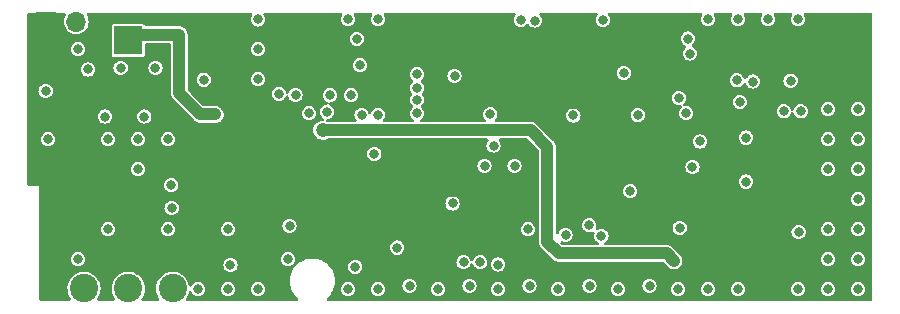
<source format=gbr>
%TF.GenerationSoftware,KiCad,Pcbnew,8.0.4*%
%TF.CreationDate,2024-09-18T09:12:31+01:00*%
%TF.ProjectId,BG95V4,42473935-5634-42e6-9b69-6361645f7063,rev?*%
%TF.SameCoordinates,Original*%
%TF.FileFunction,Copper,L3,Inr*%
%TF.FilePolarity,Positive*%
%FSLAX46Y46*%
G04 Gerber Fmt 4.6, Leading zero omitted, Abs format (unit mm)*
G04 Created by KiCad (PCBNEW 8.0.4) date 2024-09-18 09:12:31*
%MOMM*%
%LPD*%
G01*
G04 APERTURE LIST*
%TA.AperFunction,ComponentPad*%
%ADD10R,2.400000X2.400000*%
%TD*%
%TA.AperFunction,ComponentPad*%
%ADD11C,2.400000*%
%TD*%
%TA.AperFunction,ComponentPad*%
%ADD12R,1.700000X1.700000*%
%TD*%
%TA.AperFunction,ComponentPad*%
%ADD13O,1.700000X1.700000*%
%TD*%
%TA.AperFunction,ViaPad*%
%ADD14C,0.800000*%
%TD*%
%TA.AperFunction,ViaPad*%
%ADD15C,1.200000*%
%TD*%
%TA.AperFunction,Conductor*%
%ADD16C,1.000000*%
%TD*%
G04 APERTURE END LIST*
D10*
%TO.N,/+3V6d*%
%TO.C,BT1*%
X11750000Y19500000D03*
D11*
%TO.N,GND*%
X11750000Y-1500000D03*
X15500000Y-1500000D03*
X8000000Y-1500000D03*
%TD*%
D12*
%TO.N,/+3V6*%
%TO.C,J1*%
X4800000Y21100000D03*
D13*
%TO.N,/+3V6d*%
X7340000Y21100000D03*
%TD*%
D14*
%TO.N,GND*%
X73533000Y13685394D03*
X31369000Y17399000D03*
X39370000Y16510000D03*
X73533000Y6065394D03*
X65913000Y21305394D03*
X73533000Y985394D03*
X73533000Y8605394D03*
X58432288Y3644211D03*
X48133000Y-1554606D03*
X15113000Y11145394D03*
X36195000Y13335000D03*
X70993000Y8605394D03*
X17653000Y-1554606D03*
X37973000Y-1554606D03*
X58293000Y-1554606D03*
X63373000Y21305394D03*
X44450000Y8890000D03*
X4749800Y15214600D03*
X35560000Y-1270000D03*
X30353000Y21305394D03*
X60147200Y10947400D03*
X73533000Y-1554606D03*
X41910000Y8890000D03*
X31496000Y13208000D03*
X18135600Y16179800D03*
X22733000Y16225394D03*
X20193000Y-1554606D03*
X7493000Y18765394D03*
X12573000Y11145394D03*
X70993000Y11145394D03*
X53213000Y-1554606D03*
X32893000Y13208000D03*
X60833000Y21305394D03*
X28575000Y13462000D03*
X55880000Y-1270000D03*
X36195000Y14478000D03*
X25273000Y985394D03*
X45720000Y-1270000D03*
X45593000Y3525394D03*
X12573000Y8605394D03*
X25908000Y14859000D03*
X22733000Y-1554606D03*
X15113000Y3525394D03*
X68453000Y21305394D03*
X10033000Y3525394D03*
X22707600Y21285200D03*
X32893000Y-1554606D03*
X25400000Y3810000D03*
X36195000Y16637000D03*
X32893000Y21305394D03*
X49430000Y13150000D03*
X36195000Y15494000D03*
X24511000Y14986000D03*
X22733000Y18765394D03*
X30353000Y-1554606D03*
X27051000Y13335000D03*
X11099800Y17170400D03*
X28829000Y14859000D03*
X14046200Y17170400D03*
X60833000Y-1554606D03*
X31089600Y19634200D03*
X70993000Y13685394D03*
X73533000Y11145394D03*
X70993000Y985394D03*
X68453000Y-1554606D03*
X63373000Y-1554606D03*
X54250000Y6740000D03*
X13106400Y13055600D03*
X10033000Y11145394D03*
X70993000Y3525394D03*
X20193000Y3525394D03*
X70993000Y-1554606D03*
X4953000Y11145394D03*
X73533000Y3525394D03*
X40640000Y-1270000D03*
X30607000Y14859000D03*
X50800000Y-1270000D03*
X7493000Y985394D03*
X43053000Y-1554606D03*
X9779000Y13055600D03*
X8331200Y17043400D03*
%TO.N,/uGND*%
X42675000Y10600000D03*
X34510000Y1960000D03*
X42400000Y13250000D03*
%TO.N,/uRST*%
X41540000Y719989D03*
%TO.N,/uCLK*%
X32580000Y9900000D03*
X39200000Y5700000D03*
%TO.N,/uData*%
X40130000Y720000D03*
%TO.N,/uVDD*%
X43070000Y530000D03*
%TO.N,/VBAT*%
X57960000Y830000D03*
X47233980Y10491020D03*
D15*
X28200000Y11900000D03*
D14*
%TO.N,/uStatus*%
X67825000Y16100000D03*
%TO.N,/uPWRKEY*%
X68675000Y13500000D03*
%TO.N,/uDTR*%
X63275000Y16125000D03*
%TO.N,/TxD*%
X64050000Y11275000D03*
%TO.N,/RxD*%
X64050000Y7550000D03*
%TO.N,/uDCD*%
X64625000Y16025000D03*
%TO.N,Net-(Q1-Pad3)*%
X15417800Y5308600D03*
%TO.N,/RXD*%
X50775000Y3850000D03*
%TO.N,/TXD*%
X51800000Y2950000D03*
%TO.N,/VDD_EXT*%
X58350000Y14625000D03*
%TO.N,/DTR*%
X58975000Y13350000D03*
%TO.N,/DCD*%
X48768000Y3048000D03*
%TO.N,/PWRKEY*%
X51917600Y21234400D03*
%TO.N,/Status*%
X53695600Y16738600D03*
%TO.N,/Alim*%
X20400000Y475000D03*
X30962600Y330200D03*
%TO.N,/+3V6d*%
X19126200Y13233400D03*
X15392400Y7239000D03*
%TO.N,/+3V3_UC*%
X68500000Y3275000D03*
X67250000Y13500000D03*
X63525000Y14300000D03*
%TO.N,/T*%
X59512200Y8763000D03*
X54889400Y13182600D03*
%TO.N,/D+*%
X59283600Y18389600D03*
X44983400Y21234400D03*
%TO.N,/D-*%
X46151800Y21183600D03*
X59125498Y19659600D03*
%TD*%
D16*
%TO.N,/VBAT*%
X45825000Y11900000D02*
X47233980Y10491020D01*
X47233980Y2448420D02*
X48209200Y1473200D01*
X57316800Y1473200D02*
X57960000Y830000D01*
X48209200Y1473200D02*
X57316800Y1473200D01*
X47233980Y10491020D02*
X47233980Y2448420D01*
X28200000Y11900000D02*
X45825000Y11900000D01*
%TO.N,/+3V6d*%
X16060000Y15029600D02*
X16060000Y20000000D01*
X19126200Y13233400D02*
X17856200Y13233400D01*
X16060000Y20000000D02*
X11750000Y20000000D01*
X17856200Y13233400D02*
X16060000Y15029600D01*
%TD*%
%TA.AperFunction,Conductor*%
%TO.N,/+3V6*%
G36*
X6402722Y21819398D02*
G01*
X6449215Y21765742D01*
X6459319Y21695468D01*
X6445016Y21652700D01*
X6369776Y21515838D01*
X6307484Y21319468D01*
X6306798Y21313351D01*
X6306797Y21313347D01*
X6289240Y21156820D01*
X6284520Y21114738D01*
X6285036Y21108594D01*
X6294996Y20989989D01*
X6301759Y20909447D01*
X6303458Y20903522D01*
X6356291Y20719272D01*
X6358544Y20711414D01*
X6361359Y20705937D01*
X6361360Y20705934D01*
X6449897Y20533659D01*
X6452712Y20528182D01*
X6580677Y20366730D01*
X6585370Y20362736D01*
X6585371Y20362735D01*
X6683820Y20278949D01*
X6737564Y20233209D01*
X6742942Y20230203D01*
X6742944Y20230202D01*
X6771757Y20214099D01*
X6917398Y20132703D01*
X7012238Y20101887D01*
X7107471Y20070944D01*
X7107475Y20070943D01*
X7113329Y20069041D01*
X7317894Y20044649D01*
X7324029Y20045121D01*
X7324031Y20045121D01*
X7380039Y20049431D01*
X7523300Y20060454D01*
X7529230Y20062110D01*
X7529232Y20062110D01*
X7715797Y20114200D01*
X7715796Y20114200D01*
X7721725Y20115855D01*
X7727214Y20118628D01*
X7727220Y20118630D01*
X7863154Y20187296D01*
X7905610Y20208742D01*
X7915008Y20216084D01*
X8012431Y20292199D01*
X8067951Y20335576D01*
X8083797Y20353933D01*
X8198540Y20486866D01*
X8198540Y20486867D01*
X8202564Y20491528D01*
X8217984Y20518671D01*
X8252505Y20579440D01*
X8304323Y20670656D01*
X8369351Y20866137D01*
X8395171Y21070526D01*
X8395583Y21100000D01*
X8375480Y21305030D01*
X8315935Y21502251D01*
X8235118Y21654247D01*
X8220799Y21723784D01*
X8246347Y21790025D01*
X8303652Y21831938D01*
X8346370Y21839400D01*
X22120435Y21839400D01*
X22188556Y21819398D01*
X22235049Y21765742D01*
X22245153Y21695468D01*
X22220398Y21636696D01*
X22211279Y21624812D01*
X22183064Y21588041D01*
X22122556Y21441962D01*
X22101918Y21285200D01*
X22122556Y21128438D01*
X22183064Y20982359D01*
X22279318Y20856918D01*
X22404759Y20760664D01*
X22550838Y20700156D01*
X22707600Y20679518D01*
X22715788Y20680596D01*
X22716723Y20680719D01*
X22864362Y20700156D01*
X23010441Y20760664D01*
X23135882Y20856918D01*
X23232136Y20982359D01*
X23292644Y21128438D01*
X23313282Y21285200D01*
X23292644Y21441962D01*
X23232136Y21588041D01*
X23203921Y21624812D01*
X23194802Y21636696D01*
X23169202Y21702917D01*
X23183467Y21772466D01*
X23233068Y21823261D01*
X23294765Y21839400D01*
X29750340Y21839400D01*
X29818461Y21819398D01*
X29864954Y21765742D01*
X29875058Y21695468D01*
X29850302Y21636696D01*
X29833494Y21614791D01*
X29833492Y21614788D01*
X29828464Y21608235D01*
X29767956Y21462156D01*
X29747318Y21305394D01*
X29767956Y21148632D01*
X29828464Y21002553D01*
X29924718Y20877112D01*
X30050159Y20780858D01*
X30196238Y20720350D01*
X30204426Y20719272D01*
X30237703Y20714891D01*
X30353000Y20699712D01*
X30361188Y20700790D01*
X30430113Y20709864D01*
X30468297Y20714891D01*
X30501574Y20719272D01*
X30509762Y20720350D01*
X30655841Y20780858D01*
X30781282Y20877112D01*
X30877536Y21002553D01*
X30938044Y21148632D01*
X30958682Y21305394D01*
X30938044Y21462156D01*
X30877536Y21608235D01*
X30872508Y21614788D01*
X30872506Y21614791D01*
X30855698Y21636696D01*
X30830097Y21702916D01*
X30844362Y21772465D01*
X30893963Y21823261D01*
X30955660Y21839400D01*
X32290340Y21839400D01*
X32358461Y21819398D01*
X32404954Y21765742D01*
X32415058Y21695468D01*
X32390302Y21636696D01*
X32373494Y21614791D01*
X32373492Y21614788D01*
X32368464Y21608235D01*
X32307956Y21462156D01*
X32287318Y21305394D01*
X32307956Y21148632D01*
X32368464Y21002553D01*
X32464718Y20877112D01*
X32590159Y20780858D01*
X32736238Y20720350D01*
X32744426Y20719272D01*
X32777703Y20714891D01*
X32893000Y20699712D01*
X32901188Y20700790D01*
X32970113Y20709864D01*
X33008297Y20714891D01*
X33041574Y20719272D01*
X33049762Y20720350D01*
X33195841Y20780858D01*
X33321282Y20877112D01*
X33417536Y21002553D01*
X33478044Y21148632D01*
X33498682Y21305394D01*
X33478044Y21462156D01*
X33417536Y21608235D01*
X33412508Y21614788D01*
X33412506Y21614791D01*
X33395698Y21636696D01*
X33370097Y21702916D01*
X33384362Y21772465D01*
X33433963Y21823261D01*
X33495660Y21839400D01*
X44435215Y21839400D01*
X44503336Y21819398D01*
X44549829Y21765742D01*
X44559933Y21695468D01*
X44535178Y21636696D01*
X44526059Y21624812D01*
X44458864Y21537241D01*
X44398356Y21391162D01*
X44377718Y21234400D01*
X44398356Y21077638D01*
X44458864Y20931559D01*
X44555118Y20806118D01*
X44680559Y20709864D01*
X44826638Y20649356D01*
X44983400Y20628718D01*
X44991588Y20629796D01*
X45131974Y20648278D01*
X45140162Y20649356D01*
X45286241Y20709864D01*
X45411682Y20806118D01*
X45416705Y20812664D01*
X45416709Y20812668D01*
X45448148Y20853640D01*
X45505486Y20895507D01*
X45576357Y20899729D01*
X45638259Y20864965D01*
X45648073Y20853640D01*
X45715559Y20765691D01*
X45723518Y20755318D01*
X45848959Y20659064D01*
X45995038Y20598556D01*
X46151800Y20577918D01*
X46159988Y20578996D01*
X46300374Y20597478D01*
X46308562Y20598556D01*
X46454641Y20659064D01*
X46580082Y20755318D01*
X46588042Y20765691D01*
X46671309Y20874208D01*
X46676336Y20880759D01*
X46736844Y21026838D01*
X46757482Y21183600D01*
X46736844Y21340362D01*
X46676336Y21486441D01*
X46580082Y21611882D01*
X46573536Y21616905D01*
X46567691Y21622750D01*
X46569753Y21624812D01*
X46536193Y21670762D01*
X46531963Y21741632D01*
X46566720Y21803539D01*
X46629429Y21836828D01*
X46654759Y21839400D01*
X51369415Y21839400D01*
X51437536Y21819398D01*
X51484029Y21765742D01*
X51494133Y21695468D01*
X51469378Y21636696D01*
X51460259Y21624812D01*
X51393064Y21537241D01*
X51332556Y21391162D01*
X51311918Y21234400D01*
X51332556Y21077638D01*
X51393064Y20931559D01*
X51489318Y20806118D01*
X51614759Y20709864D01*
X51760838Y20649356D01*
X51917600Y20628718D01*
X51925788Y20629796D01*
X52066174Y20648278D01*
X52074362Y20649356D01*
X52220441Y20709864D01*
X52345882Y20806118D01*
X52442136Y20931559D01*
X52502644Y21077638D01*
X52523282Y21234400D01*
X52502644Y21391162D01*
X52442136Y21537241D01*
X52374941Y21624812D01*
X52365822Y21636696D01*
X52340222Y21702917D01*
X52354487Y21772465D01*
X52404088Y21823261D01*
X52465785Y21839400D01*
X60230340Y21839400D01*
X60298461Y21819398D01*
X60344954Y21765742D01*
X60355058Y21695468D01*
X60330302Y21636696D01*
X60313494Y21614791D01*
X60313492Y21614788D01*
X60308464Y21608235D01*
X60247956Y21462156D01*
X60227318Y21305394D01*
X60247956Y21148632D01*
X60308464Y21002553D01*
X60404718Y20877112D01*
X60530159Y20780858D01*
X60676238Y20720350D01*
X60684426Y20719272D01*
X60717703Y20714891D01*
X60833000Y20699712D01*
X60841188Y20700790D01*
X60910113Y20709864D01*
X60948297Y20714891D01*
X60981574Y20719272D01*
X60989762Y20720350D01*
X61135841Y20780858D01*
X61261282Y20877112D01*
X61357536Y21002553D01*
X61418044Y21148632D01*
X61438682Y21305394D01*
X61418044Y21462156D01*
X61357536Y21608235D01*
X61352508Y21614788D01*
X61352506Y21614791D01*
X61335698Y21636696D01*
X61310097Y21702916D01*
X61324362Y21772465D01*
X61373963Y21823261D01*
X61435660Y21839400D01*
X62770340Y21839400D01*
X62838461Y21819398D01*
X62884954Y21765742D01*
X62895058Y21695468D01*
X62870302Y21636696D01*
X62853494Y21614791D01*
X62853492Y21614788D01*
X62848464Y21608235D01*
X62787956Y21462156D01*
X62767318Y21305394D01*
X62787956Y21148632D01*
X62848464Y21002553D01*
X62944718Y20877112D01*
X63070159Y20780858D01*
X63216238Y20720350D01*
X63224426Y20719272D01*
X63257703Y20714891D01*
X63373000Y20699712D01*
X63381188Y20700790D01*
X63450113Y20709864D01*
X63488297Y20714891D01*
X63521574Y20719272D01*
X63529762Y20720350D01*
X63675841Y20780858D01*
X63801282Y20877112D01*
X63897536Y21002553D01*
X63958044Y21148632D01*
X63978682Y21305394D01*
X63958044Y21462156D01*
X63897536Y21608235D01*
X63892508Y21614788D01*
X63892506Y21614791D01*
X63875698Y21636696D01*
X63850097Y21702916D01*
X63864362Y21772465D01*
X63913963Y21823261D01*
X63975660Y21839400D01*
X65310340Y21839400D01*
X65378461Y21819398D01*
X65424954Y21765742D01*
X65435058Y21695468D01*
X65410302Y21636696D01*
X65393494Y21614791D01*
X65393492Y21614788D01*
X65388464Y21608235D01*
X65327956Y21462156D01*
X65307318Y21305394D01*
X65327956Y21148632D01*
X65388464Y21002553D01*
X65484718Y20877112D01*
X65610159Y20780858D01*
X65756238Y20720350D01*
X65764426Y20719272D01*
X65797703Y20714891D01*
X65913000Y20699712D01*
X65921188Y20700790D01*
X65990113Y20709864D01*
X66028297Y20714891D01*
X66061574Y20719272D01*
X66069762Y20720350D01*
X66215841Y20780858D01*
X66341282Y20877112D01*
X66437536Y21002553D01*
X66498044Y21148632D01*
X66518682Y21305394D01*
X66498044Y21462156D01*
X66437536Y21608235D01*
X66432508Y21614788D01*
X66432506Y21614791D01*
X66415698Y21636696D01*
X66390097Y21702916D01*
X66404362Y21772465D01*
X66453963Y21823261D01*
X66515660Y21839400D01*
X67850340Y21839400D01*
X67918461Y21819398D01*
X67964954Y21765742D01*
X67975058Y21695468D01*
X67950302Y21636696D01*
X67933494Y21614791D01*
X67933492Y21614788D01*
X67928464Y21608235D01*
X67867956Y21462156D01*
X67847318Y21305394D01*
X67867956Y21148632D01*
X67928464Y21002553D01*
X68024718Y20877112D01*
X68150159Y20780858D01*
X68296238Y20720350D01*
X68304426Y20719272D01*
X68337703Y20714891D01*
X68453000Y20699712D01*
X68461188Y20700790D01*
X68530113Y20709864D01*
X68568297Y20714891D01*
X68601574Y20719272D01*
X68609762Y20720350D01*
X68755841Y20780858D01*
X68881282Y20877112D01*
X68977536Y21002553D01*
X69038044Y21148632D01*
X69058682Y21305394D01*
X69038044Y21462156D01*
X68977536Y21608235D01*
X68972508Y21614788D01*
X68972506Y21614791D01*
X68955698Y21636696D01*
X68930097Y21702916D01*
X68944362Y21772465D01*
X68993963Y21823261D01*
X69055660Y21839400D01*
X74629800Y21839400D01*
X74697921Y21819398D01*
X74744414Y21765742D01*
X74755800Y21713400D01*
X74755800Y-2399000D01*
X74735798Y-2467121D01*
X74682142Y-2513614D01*
X74629800Y-2525000D01*
X28658986Y-2525000D01*
X28590865Y-2504998D01*
X28544372Y-2451342D01*
X28534268Y-2381068D01*
X28563762Y-2316488D01*
X28582546Y-2298836D01*
X28589443Y-2293573D01*
X28589450Y-2293567D01*
X28593078Y-2290798D01*
X28654484Y-2227983D01*
X28782683Y-2096842D01*
X28782687Y-2096837D01*
X28785877Y-2093574D01*
X28898386Y-1939003D01*
X28945500Y-1874276D01*
X28945502Y-1874273D01*
X28948187Y-1870584D01*
X29076606Y-1626499D01*
X29101994Y-1554606D01*
X29747318Y-1554606D01*
X29767956Y-1711368D01*
X29828464Y-1857447D01*
X29924718Y-1982888D01*
X30050159Y-2079142D01*
X30196238Y-2139650D01*
X30353000Y-2160288D01*
X30361188Y-2159210D01*
X30501574Y-2140728D01*
X30509762Y-2139650D01*
X30655841Y-2079142D01*
X30781282Y-1982888D01*
X30877536Y-1857447D01*
X30938044Y-1711368D01*
X30958682Y-1554606D01*
X32287318Y-1554606D01*
X32307956Y-1711368D01*
X32368464Y-1857447D01*
X32464718Y-1982888D01*
X32590159Y-2079142D01*
X32736238Y-2139650D01*
X32893000Y-2160288D01*
X32901188Y-2159210D01*
X33041574Y-2140728D01*
X33049762Y-2139650D01*
X33195841Y-2079142D01*
X33321282Y-1982888D01*
X33417536Y-1857447D01*
X33478044Y-1711368D01*
X33498682Y-1554606D01*
X33478044Y-1397844D01*
X33425089Y-1270000D01*
X34954318Y-1270000D01*
X34974956Y-1426762D01*
X35035464Y-1572841D01*
X35131718Y-1698282D01*
X35257159Y-1794536D01*
X35403238Y-1855044D01*
X35411426Y-1856122D01*
X35471251Y-1863998D01*
X35560000Y-1875682D01*
X35568188Y-1874604D01*
X35570680Y-1874276D01*
X35648749Y-1863998D01*
X35708574Y-1856122D01*
X35716762Y-1855044D01*
X35862841Y-1794536D01*
X35988282Y-1698282D01*
X36084536Y-1572841D01*
X36092089Y-1554606D01*
X37367318Y-1554606D01*
X37387956Y-1711368D01*
X37448464Y-1857447D01*
X37544718Y-1982888D01*
X37670159Y-2079142D01*
X37816238Y-2139650D01*
X37973000Y-2160288D01*
X37981188Y-2159210D01*
X38121574Y-2140728D01*
X38129762Y-2139650D01*
X38275841Y-2079142D01*
X38401282Y-1982888D01*
X38497536Y-1857447D01*
X38558044Y-1711368D01*
X38578682Y-1554606D01*
X38558044Y-1397844D01*
X38505089Y-1270000D01*
X40034318Y-1270000D01*
X40054956Y-1426762D01*
X40115464Y-1572841D01*
X40211718Y-1698282D01*
X40337159Y-1794536D01*
X40483238Y-1855044D01*
X40491426Y-1856122D01*
X40551251Y-1863998D01*
X40640000Y-1875682D01*
X40648188Y-1874604D01*
X40650680Y-1874276D01*
X40728749Y-1863998D01*
X40788574Y-1856122D01*
X40796762Y-1855044D01*
X40942841Y-1794536D01*
X41068282Y-1698282D01*
X41164536Y-1572841D01*
X41172089Y-1554606D01*
X42447318Y-1554606D01*
X42467956Y-1711368D01*
X42528464Y-1857447D01*
X42624718Y-1982888D01*
X42750159Y-2079142D01*
X42896238Y-2139650D01*
X43053000Y-2160288D01*
X43061188Y-2159210D01*
X43201574Y-2140728D01*
X43209762Y-2139650D01*
X43355841Y-2079142D01*
X43481282Y-1982888D01*
X43577536Y-1857447D01*
X43638044Y-1711368D01*
X43658682Y-1554606D01*
X43638044Y-1397844D01*
X43585089Y-1270000D01*
X45114318Y-1270000D01*
X45134956Y-1426762D01*
X45195464Y-1572841D01*
X45291718Y-1698282D01*
X45417159Y-1794536D01*
X45563238Y-1855044D01*
X45571426Y-1856122D01*
X45631251Y-1863998D01*
X45720000Y-1875682D01*
X45728188Y-1874604D01*
X45730680Y-1874276D01*
X45808749Y-1863998D01*
X45868574Y-1856122D01*
X45876762Y-1855044D01*
X46022841Y-1794536D01*
X46148282Y-1698282D01*
X46244536Y-1572841D01*
X46252089Y-1554606D01*
X47527318Y-1554606D01*
X47547956Y-1711368D01*
X47608464Y-1857447D01*
X47704718Y-1982888D01*
X47830159Y-2079142D01*
X47976238Y-2139650D01*
X48133000Y-2160288D01*
X48141188Y-2159210D01*
X48281574Y-2140728D01*
X48289762Y-2139650D01*
X48435841Y-2079142D01*
X48561282Y-1982888D01*
X48657536Y-1857447D01*
X48718044Y-1711368D01*
X48738682Y-1554606D01*
X48718044Y-1397844D01*
X48665089Y-1270000D01*
X50194318Y-1270000D01*
X50214956Y-1426762D01*
X50275464Y-1572841D01*
X50371718Y-1698282D01*
X50497159Y-1794536D01*
X50643238Y-1855044D01*
X50651426Y-1856122D01*
X50711251Y-1863998D01*
X50800000Y-1875682D01*
X50808188Y-1874604D01*
X50810680Y-1874276D01*
X50888749Y-1863998D01*
X50948574Y-1856122D01*
X50956762Y-1855044D01*
X51102841Y-1794536D01*
X51228282Y-1698282D01*
X51324536Y-1572841D01*
X51332089Y-1554606D01*
X52607318Y-1554606D01*
X52627956Y-1711368D01*
X52688464Y-1857447D01*
X52784718Y-1982888D01*
X52910159Y-2079142D01*
X53056238Y-2139650D01*
X53213000Y-2160288D01*
X53221188Y-2159210D01*
X53361574Y-2140728D01*
X53369762Y-2139650D01*
X53515841Y-2079142D01*
X53641282Y-1982888D01*
X53737536Y-1857447D01*
X53798044Y-1711368D01*
X53818682Y-1554606D01*
X53798044Y-1397844D01*
X53745089Y-1270000D01*
X55274318Y-1270000D01*
X55294956Y-1426762D01*
X55355464Y-1572841D01*
X55451718Y-1698282D01*
X55577159Y-1794536D01*
X55723238Y-1855044D01*
X55731426Y-1856122D01*
X55791251Y-1863998D01*
X55880000Y-1875682D01*
X55888188Y-1874604D01*
X55890680Y-1874276D01*
X55968749Y-1863998D01*
X56028574Y-1856122D01*
X56036762Y-1855044D01*
X56182841Y-1794536D01*
X56308282Y-1698282D01*
X56404536Y-1572841D01*
X56412089Y-1554606D01*
X57687318Y-1554606D01*
X57707956Y-1711368D01*
X57768464Y-1857447D01*
X57864718Y-1982888D01*
X57990159Y-2079142D01*
X58136238Y-2139650D01*
X58293000Y-2160288D01*
X58301188Y-2159210D01*
X58441574Y-2140728D01*
X58449762Y-2139650D01*
X58595841Y-2079142D01*
X58721282Y-1982888D01*
X58817536Y-1857447D01*
X58878044Y-1711368D01*
X58898682Y-1554606D01*
X60227318Y-1554606D01*
X60247956Y-1711368D01*
X60308464Y-1857447D01*
X60404718Y-1982888D01*
X60530159Y-2079142D01*
X60676238Y-2139650D01*
X60833000Y-2160288D01*
X60841188Y-2159210D01*
X60981574Y-2140728D01*
X60989762Y-2139650D01*
X61135841Y-2079142D01*
X61261282Y-1982888D01*
X61357536Y-1857447D01*
X61418044Y-1711368D01*
X61438682Y-1554606D01*
X62767318Y-1554606D01*
X62787956Y-1711368D01*
X62848464Y-1857447D01*
X62944718Y-1982888D01*
X63070159Y-2079142D01*
X63216238Y-2139650D01*
X63373000Y-2160288D01*
X63381188Y-2159210D01*
X63521574Y-2140728D01*
X63529762Y-2139650D01*
X63675841Y-2079142D01*
X63801282Y-1982888D01*
X63897536Y-1857447D01*
X63958044Y-1711368D01*
X63978682Y-1554606D01*
X67847318Y-1554606D01*
X67867956Y-1711368D01*
X67928464Y-1857447D01*
X68024718Y-1982888D01*
X68150159Y-2079142D01*
X68296238Y-2139650D01*
X68453000Y-2160288D01*
X68461188Y-2159210D01*
X68601574Y-2140728D01*
X68609762Y-2139650D01*
X68755841Y-2079142D01*
X68881282Y-1982888D01*
X68977536Y-1857447D01*
X69038044Y-1711368D01*
X69058682Y-1554606D01*
X70387318Y-1554606D01*
X70407956Y-1711368D01*
X70468464Y-1857447D01*
X70564718Y-1982888D01*
X70690159Y-2079142D01*
X70836238Y-2139650D01*
X70993000Y-2160288D01*
X71001188Y-2159210D01*
X71141574Y-2140728D01*
X71149762Y-2139650D01*
X71295841Y-2079142D01*
X71421282Y-1982888D01*
X71517536Y-1857447D01*
X71578044Y-1711368D01*
X71598682Y-1554606D01*
X72927318Y-1554606D01*
X72947956Y-1711368D01*
X73008464Y-1857447D01*
X73104718Y-1982888D01*
X73230159Y-2079142D01*
X73376238Y-2139650D01*
X73533000Y-2160288D01*
X73541188Y-2159210D01*
X73681574Y-2140728D01*
X73689762Y-2139650D01*
X73835841Y-2079142D01*
X73961282Y-1982888D01*
X74057536Y-1857447D01*
X74118044Y-1711368D01*
X74138682Y-1554606D01*
X74118044Y-1397844D01*
X74057536Y-1251765D01*
X73961282Y-1126324D01*
X73835841Y-1030070D01*
X73689762Y-969562D01*
X73671510Y-967159D01*
X73541188Y-950002D01*
X73533000Y-948924D01*
X73524812Y-950002D01*
X73394491Y-967159D01*
X73376238Y-969562D01*
X73230159Y-1030070D01*
X73104718Y-1126324D01*
X73008464Y-1251765D01*
X72947956Y-1397844D01*
X72927318Y-1554606D01*
X71598682Y-1554606D01*
X71578044Y-1397844D01*
X71517536Y-1251765D01*
X71421282Y-1126324D01*
X71295841Y-1030070D01*
X71149762Y-969562D01*
X71131510Y-967159D01*
X71001188Y-950002D01*
X70993000Y-948924D01*
X70984812Y-950002D01*
X70854491Y-967159D01*
X70836238Y-969562D01*
X70690159Y-1030070D01*
X70564718Y-1126324D01*
X70468464Y-1251765D01*
X70407956Y-1397844D01*
X70387318Y-1554606D01*
X69058682Y-1554606D01*
X69038044Y-1397844D01*
X68977536Y-1251765D01*
X68881282Y-1126324D01*
X68755841Y-1030070D01*
X68609762Y-969562D01*
X68591510Y-967159D01*
X68461188Y-950002D01*
X68453000Y-948924D01*
X68444812Y-950002D01*
X68314491Y-967159D01*
X68296238Y-969562D01*
X68150159Y-1030070D01*
X68024718Y-1126324D01*
X67928464Y-1251765D01*
X67867956Y-1397844D01*
X67847318Y-1554606D01*
X63978682Y-1554606D01*
X63958044Y-1397844D01*
X63897536Y-1251765D01*
X63801282Y-1126324D01*
X63675841Y-1030070D01*
X63529762Y-969562D01*
X63511510Y-967159D01*
X63381188Y-950002D01*
X63373000Y-948924D01*
X63364812Y-950002D01*
X63234491Y-967159D01*
X63216238Y-969562D01*
X63070159Y-1030070D01*
X62944718Y-1126324D01*
X62848464Y-1251765D01*
X62787956Y-1397844D01*
X62767318Y-1554606D01*
X61438682Y-1554606D01*
X61418044Y-1397844D01*
X61357536Y-1251765D01*
X61261282Y-1126324D01*
X61135841Y-1030070D01*
X60989762Y-969562D01*
X60971510Y-967159D01*
X60841188Y-950002D01*
X60833000Y-948924D01*
X60824812Y-950002D01*
X60694491Y-967159D01*
X60676238Y-969562D01*
X60530159Y-1030070D01*
X60404718Y-1126324D01*
X60308464Y-1251765D01*
X60247956Y-1397844D01*
X60227318Y-1554606D01*
X58898682Y-1554606D01*
X58878044Y-1397844D01*
X58817536Y-1251765D01*
X58721282Y-1126324D01*
X58595841Y-1030070D01*
X58449762Y-969562D01*
X58431510Y-967159D01*
X58301188Y-950002D01*
X58293000Y-948924D01*
X58284812Y-950002D01*
X58154491Y-967159D01*
X58136238Y-969562D01*
X57990159Y-1030070D01*
X57864718Y-1126324D01*
X57768464Y-1251765D01*
X57707956Y-1397844D01*
X57687318Y-1554606D01*
X56412089Y-1554606D01*
X56465044Y-1426762D01*
X56485682Y-1270000D01*
X56465044Y-1113238D01*
X56404536Y-967159D01*
X56308282Y-841718D01*
X56182841Y-745464D01*
X56036762Y-684956D01*
X55880000Y-664318D01*
X55723238Y-684956D01*
X55577159Y-745464D01*
X55451718Y-841718D01*
X55355464Y-967159D01*
X55294956Y-1113238D01*
X55274318Y-1270000D01*
X53745089Y-1270000D01*
X53737536Y-1251765D01*
X53641282Y-1126324D01*
X53515841Y-1030070D01*
X53369762Y-969562D01*
X53351510Y-967159D01*
X53221188Y-950002D01*
X53213000Y-948924D01*
X53204812Y-950002D01*
X53074491Y-967159D01*
X53056238Y-969562D01*
X52910159Y-1030070D01*
X52784718Y-1126324D01*
X52688464Y-1251765D01*
X52627956Y-1397844D01*
X52607318Y-1554606D01*
X51332089Y-1554606D01*
X51385044Y-1426762D01*
X51405682Y-1270000D01*
X51385044Y-1113238D01*
X51324536Y-967159D01*
X51228282Y-841718D01*
X51102841Y-745464D01*
X50956762Y-684956D01*
X50800000Y-664318D01*
X50643238Y-684956D01*
X50497159Y-745464D01*
X50371718Y-841718D01*
X50275464Y-967159D01*
X50214956Y-1113238D01*
X50194318Y-1270000D01*
X48665089Y-1270000D01*
X48657536Y-1251765D01*
X48561282Y-1126324D01*
X48435841Y-1030070D01*
X48289762Y-969562D01*
X48271510Y-967159D01*
X48141188Y-950002D01*
X48133000Y-948924D01*
X48124812Y-950002D01*
X47994491Y-967159D01*
X47976238Y-969562D01*
X47830159Y-1030070D01*
X47704718Y-1126324D01*
X47608464Y-1251765D01*
X47547956Y-1397844D01*
X47527318Y-1554606D01*
X46252089Y-1554606D01*
X46305044Y-1426762D01*
X46325682Y-1270000D01*
X46305044Y-1113238D01*
X46244536Y-967159D01*
X46148282Y-841718D01*
X46022841Y-745464D01*
X45876762Y-684956D01*
X45720000Y-664318D01*
X45563238Y-684956D01*
X45417159Y-745464D01*
X45291718Y-841718D01*
X45195464Y-967159D01*
X45134956Y-1113238D01*
X45114318Y-1270000D01*
X43585089Y-1270000D01*
X43577536Y-1251765D01*
X43481282Y-1126324D01*
X43355841Y-1030070D01*
X43209762Y-969562D01*
X43191510Y-967159D01*
X43061188Y-950002D01*
X43053000Y-948924D01*
X43044812Y-950002D01*
X42914491Y-967159D01*
X42896238Y-969562D01*
X42750159Y-1030070D01*
X42624718Y-1126324D01*
X42528464Y-1251765D01*
X42467956Y-1397844D01*
X42447318Y-1554606D01*
X41172089Y-1554606D01*
X41225044Y-1426762D01*
X41245682Y-1270000D01*
X41225044Y-1113238D01*
X41164536Y-967159D01*
X41068282Y-841718D01*
X40942841Y-745464D01*
X40796762Y-684956D01*
X40640000Y-664318D01*
X40483238Y-684956D01*
X40337159Y-745464D01*
X40211718Y-841718D01*
X40115464Y-967159D01*
X40054956Y-1113238D01*
X40034318Y-1270000D01*
X38505089Y-1270000D01*
X38497536Y-1251765D01*
X38401282Y-1126324D01*
X38275841Y-1030070D01*
X38129762Y-969562D01*
X38111510Y-967159D01*
X37981188Y-950002D01*
X37973000Y-948924D01*
X37964812Y-950002D01*
X37834491Y-967159D01*
X37816238Y-969562D01*
X37670159Y-1030070D01*
X37544718Y-1126324D01*
X37448464Y-1251765D01*
X37387956Y-1397844D01*
X37367318Y-1554606D01*
X36092089Y-1554606D01*
X36145044Y-1426762D01*
X36165682Y-1270000D01*
X36145044Y-1113238D01*
X36084536Y-967159D01*
X35988282Y-841718D01*
X35862841Y-745464D01*
X35716762Y-684956D01*
X35560000Y-664318D01*
X35403238Y-684956D01*
X35257159Y-745464D01*
X35131718Y-841718D01*
X35035464Y-967159D01*
X34974956Y-1113238D01*
X34954318Y-1270000D01*
X33425089Y-1270000D01*
X33417536Y-1251765D01*
X33321282Y-1126324D01*
X33195841Y-1030070D01*
X33049762Y-969562D01*
X33031510Y-967159D01*
X32901188Y-950002D01*
X32893000Y-948924D01*
X32884812Y-950002D01*
X32754491Y-967159D01*
X32736238Y-969562D01*
X32590159Y-1030070D01*
X32464718Y-1126324D01*
X32368464Y-1251765D01*
X32307956Y-1397844D01*
X32287318Y-1554606D01*
X30958682Y-1554606D01*
X30938044Y-1397844D01*
X30877536Y-1251765D01*
X30781282Y-1126324D01*
X30655841Y-1030070D01*
X30509762Y-969562D01*
X30491510Y-967159D01*
X30361188Y-950002D01*
X30353000Y-948924D01*
X30344812Y-950002D01*
X30214491Y-967159D01*
X30196238Y-969562D01*
X30050159Y-1030070D01*
X29924718Y-1126324D01*
X29828464Y-1251765D01*
X29767956Y-1397844D01*
X29747318Y-1554606D01*
X29101994Y-1554606D01*
X29168445Y-1366432D01*
X29204916Y-1181392D01*
X29220899Y-1100304D01*
X29220900Y-1100298D01*
X29221780Y-1095832D01*
X29225054Y-1030070D01*
X29235267Y-824936D01*
X29235267Y-824930D01*
X29235494Y-820367D01*
X29209298Y-545808D01*
X29191294Y-472229D01*
X29144829Y-282344D01*
X29143743Y-277906D01*
X29040201Y-22274D01*
X29037900Y-18344D01*
X29037897Y-18338D01*
X28903145Y211803D01*
X28903140Y211810D01*
X28900842Y215735D01*
X28851230Y277771D01*
X28809302Y330200D01*
X30356918Y330200D01*
X30377556Y173438D01*
X30438064Y27359D01*
X30534318Y-98082D01*
X30659759Y-194336D01*
X30805838Y-254844D01*
X30962600Y-275482D01*
X30970788Y-274404D01*
X30976326Y-273675D01*
X31119362Y-254844D01*
X31265441Y-194336D01*
X31390882Y-98082D01*
X31487136Y27359D01*
X31547644Y173438D01*
X31568282Y330200D01*
X31547644Y486962D01*
X31487136Y633041D01*
X31420410Y720000D01*
X39524318Y720000D01*
X39544956Y563238D01*
X39605464Y417159D01*
X39701718Y291718D01*
X39827159Y195464D01*
X39973238Y134956D01*
X40130000Y114318D01*
X40138188Y115396D01*
X40278574Y133878D01*
X40286762Y134956D01*
X40432841Y195464D01*
X40558282Y291718D01*
X40654536Y417159D01*
X40711879Y555597D01*
X40711885Y555611D01*
X40711885Y555612D01*
X40715044Y563238D01*
X40715128Y563877D01*
X40750245Y621488D01*
X40814106Y652509D01*
X40884601Y644079D01*
X40939347Y598875D01*
X40954685Y565286D01*
X40954956Y563227D01*
X40958115Y555600D01*
X40958116Y555597D01*
X40983386Y494591D01*
X41015464Y417148D01*
X41111718Y291707D01*
X41237159Y195453D01*
X41364947Y142521D01*
X41375583Y138116D01*
X41383238Y134945D01*
X41391426Y133867D01*
X41461619Y124626D01*
X41540000Y114307D01*
X41548188Y115385D01*
X41688574Y133867D01*
X41696762Y134945D01*
X41704418Y138116D01*
X41715053Y142521D01*
X41842841Y195453D01*
X41968282Y291707D01*
X42064536Y417148D01*
X42111281Y530000D01*
X42464318Y530000D01*
X42484956Y373238D01*
X42545464Y227159D01*
X42599571Y156645D01*
X42631223Y115396D01*
X42641718Y101718D01*
X42767159Y5464D01*
X42844332Y-26502D01*
X42899941Y-49536D01*
X42913238Y-55044D01*
X43070000Y-75682D01*
X43078188Y-74604D01*
X43218574Y-56122D01*
X43226762Y-55044D01*
X43240060Y-49536D01*
X43295668Y-26502D01*
X43372841Y5464D01*
X43498282Y101718D01*
X43508778Y115396D01*
X43540429Y156645D01*
X43594536Y227159D01*
X43655044Y373238D01*
X43675682Y530000D01*
X43655044Y686762D01*
X43594536Y832841D01*
X43498282Y958282D01*
X43372841Y1054536D01*
X43226762Y1115044D01*
X43070000Y1135682D01*
X42913238Y1115044D01*
X42767159Y1054536D01*
X42641718Y958282D01*
X42545464Y832841D01*
X42484956Y686762D01*
X42464318Y530000D01*
X42111281Y530000D01*
X42117468Y544936D01*
X42121884Y555598D01*
X42125044Y563227D01*
X42145682Y719989D01*
X42131829Y825211D01*
X42126122Y868563D01*
X42125044Y876751D01*
X42064536Y1022830D01*
X41968282Y1148271D01*
X41842841Y1244525D01*
X41696762Y1305033D01*
X41540000Y1325671D01*
X41383238Y1305033D01*
X41237159Y1244525D01*
X41111718Y1148271D01*
X41015464Y1022830D01*
X40999952Y985380D01*
X40958121Y884391D01*
X40954956Y876751D01*
X40954872Y876112D01*
X40919755Y818501D01*
X40855894Y787480D01*
X40785399Y795910D01*
X40730653Y841114D01*
X40715315Y874703D01*
X40715044Y876762D01*
X40706771Y896736D01*
X40679096Y963548D01*
X40654536Y1022841D01*
X40582959Y1116122D01*
X40563305Y1141736D01*
X40558282Y1148282D01*
X40432841Y1244536D01*
X40305053Y1297468D01*
X40294391Y1301884D01*
X40286762Y1305044D01*
X40130000Y1325682D01*
X39973238Y1305044D01*
X39965609Y1301884D01*
X39954947Y1297468D01*
X39827159Y1244536D01*
X39701718Y1148282D01*
X39696695Y1141736D01*
X39677041Y1116122D01*
X39605464Y1022841D01*
X39544956Y876762D01*
X39543878Y868574D01*
X39543388Y864849D01*
X39524318Y720000D01*
X31420410Y720000D01*
X31390882Y758482D01*
X31375597Y770211D01*
X31340107Y797443D01*
X31265441Y854736D01*
X31119362Y915244D01*
X30962600Y935882D01*
X30805838Y915244D01*
X30659759Y854736D01*
X30585093Y797443D01*
X30549604Y770211D01*
X30534318Y758482D01*
X30438064Y633041D01*
X30377556Y486962D01*
X30356918Y330200D01*
X28809302Y330200D01*
X28731436Y427566D01*
X28731435Y427567D01*
X28728584Y431132D01*
X28677584Y478774D01*
X28530372Y616292D01*
X28530369Y616294D01*
X28527036Y619408D01*
X28300421Y776616D01*
X28296343Y778645D01*
X28057573Y897432D01*
X28057570Y897433D01*
X28053486Y899465D01*
X27791402Y985380D01*
X27754041Y991867D01*
X27523443Y1031906D01*
X27523435Y1031907D01*
X27519662Y1032562D01*
X27509429Y1033071D01*
X27434095Y1036822D01*
X27434087Y1036822D01*
X27432524Y1036900D01*
X27260330Y1036900D01*
X27258062Y1036735D01*
X27258050Y1036735D01*
X27123797Y1026994D01*
X27055317Y1022025D01*
X27050862Y1021041D01*
X27050859Y1021041D01*
X26790453Y963548D01*
X26790450Y963547D01*
X26785997Y962564D01*
X26528081Y864849D01*
X26524094Y862635D01*
X26524093Y862634D01*
X26372884Y778645D01*
X26286972Y730925D01*
X26067722Y563598D01*
X26064529Y560332D01*
X26064527Y560330D01*
X25878117Y369642D01*
X25878113Y369637D01*
X25874923Y366374D01*
X25872236Y362682D01*
X25872234Y362680D01*
X25724541Y159771D01*
X25712613Y143384D01*
X25584194Y-100701D01*
X25492355Y-360768D01*
X25491475Y-365234D01*
X25442125Y-615616D01*
X25439020Y-631368D01*
X25438793Y-635922D01*
X25438793Y-635924D01*
X25428222Y-848264D01*
X25425306Y-906833D01*
X25451502Y-1181392D01*
X25452587Y-1185826D01*
X25452588Y-1185832D01*
X25504467Y-1397844D01*
X25517057Y-1449294D01*
X25620599Y-1704926D01*
X25622900Y-1708856D01*
X25622903Y-1708862D01*
X25757655Y-1939003D01*
X25757660Y-1939010D01*
X25759958Y-1942935D01*
X25762805Y-1946495D01*
X25918138Y-2140728D01*
X25932216Y-2158332D01*
X26091286Y-2306927D01*
X26127410Y-2368043D01*
X26124758Y-2438990D01*
X26084170Y-2497240D01*
X26018532Y-2524300D01*
X26005272Y-2525000D01*
X16733828Y-2525000D01*
X16665707Y-2504998D01*
X16619214Y-2451342D01*
X16609110Y-2381068D01*
X16631505Y-2325474D01*
X16701559Y-2227983D01*
X16704577Y-2223783D01*
X16806615Y-2017325D01*
X16849650Y-1875682D01*
X16868522Y-1813568D01*
X16907463Y-1754204D01*
X16972317Y-1725317D01*
X17042493Y-1736079D01*
X17095711Y-1783072D01*
X17105489Y-1801980D01*
X17125302Y-1849815D01*
X17125305Y-1849819D01*
X17128464Y-1857447D01*
X17224718Y-1982888D01*
X17350159Y-2079142D01*
X17496238Y-2139650D01*
X17653000Y-2160288D01*
X17661188Y-2159210D01*
X17801574Y-2140728D01*
X17809762Y-2139650D01*
X17955841Y-2079142D01*
X18081282Y-1982888D01*
X18177536Y-1857447D01*
X18238044Y-1711368D01*
X18258682Y-1554606D01*
X19587318Y-1554606D01*
X19607956Y-1711368D01*
X19668464Y-1857447D01*
X19764718Y-1982888D01*
X19890159Y-2079142D01*
X20036238Y-2139650D01*
X20193000Y-2160288D01*
X20201188Y-2159210D01*
X20341574Y-2140728D01*
X20349762Y-2139650D01*
X20495841Y-2079142D01*
X20621282Y-1982888D01*
X20717536Y-1857447D01*
X20778044Y-1711368D01*
X20798682Y-1554606D01*
X22127318Y-1554606D01*
X22147956Y-1711368D01*
X22208464Y-1857447D01*
X22304718Y-1982888D01*
X22430159Y-2079142D01*
X22576238Y-2139650D01*
X22733000Y-2160288D01*
X22741188Y-2159210D01*
X22881574Y-2140728D01*
X22889762Y-2139650D01*
X23035841Y-2079142D01*
X23161282Y-1982888D01*
X23257536Y-1857447D01*
X23318044Y-1711368D01*
X23338682Y-1554606D01*
X23318044Y-1397844D01*
X23257536Y-1251765D01*
X23161282Y-1126324D01*
X23035841Y-1030070D01*
X22889762Y-969562D01*
X22871510Y-967159D01*
X22741188Y-950002D01*
X22733000Y-948924D01*
X22724812Y-950002D01*
X22594491Y-967159D01*
X22576238Y-969562D01*
X22430159Y-1030070D01*
X22304718Y-1126324D01*
X22208464Y-1251765D01*
X22147956Y-1397844D01*
X22127318Y-1554606D01*
X20798682Y-1554606D01*
X20778044Y-1397844D01*
X20717536Y-1251765D01*
X20621282Y-1126324D01*
X20495841Y-1030070D01*
X20349762Y-969562D01*
X20331510Y-967159D01*
X20201188Y-950002D01*
X20193000Y-948924D01*
X20184812Y-950002D01*
X20054491Y-967159D01*
X20036238Y-969562D01*
X19890159Y-1030070D01*
X19764718Y-1126324D01*
X19668464Y-1251765D01*
X19607956Y-1397844D01*
X19587318Y-1554606D01*
X18258682Y-1554606D01*
X18238044Y-1397844D01*
X18177536Y-1251765D01*
X18081282Y-1126324D01*
X17955841Y-1030070D01*
X17809762Y-969562D01*
X17791510Y-967159D01*
X17661188Y-950002D01*
X17653000Y-948924D01*
X17644812Y-950002D01*
X17514491Y-967159D01*
X17496238Y-969562D01*
X17350159Y-1030070D01*
X17224718Y-1126324D01*
X17128464Y-1251765D01*
X17125305Y-1259392D01*
X17125303Y-1259395D01*
X17120670Y-1270582D01*
X17076123Y-1325864D01*
X17008760Y-1348287D01*
X16939968Y-1330730D01*
X16891589Y-1278769D01*
X16882056Y-1253063D01*
X16831585Y-1052132D01*
X16831585Y-1052131D01*
X16830326Y-1047120D01*
X16743862Y-848264D01*
X16740556Y-840661D01*
X16740554Y-840658D01*
X16738496Y-835924D01*
X16640133Y-683878D01*
X16616215Y-646906D01*
X16616213Y-646903D01*
X16613405Y-642563D01*
X16603219Y-631368D01*
X16461890Y-476051D01*
X16461889Y-476050D01*
X16458412Y-472229D01*
X16454361Y-469030D01*
X16454357Y-469026D01*
X16281735Y-332697D01*
X16281730Y-332693D01*
X16277681Y-329496D01*
X16273165Y-327003D01*
X16273162Y-327001D01*
X16080589Y-220695D01*
X16080585Y-220693D01*
X16076065Y-218198D01*
X16071196Y-216474D01*
X16071192Y-216472D01*
X15863853Y-143049D01*
X15863849Y-143048D01*
X15858978Y-141323D01*
X15853885Y-140416D01*
X15853882Y-140415D01*
X15757707Y-123284D01*
X15632250Y-100937D01*
X15545802Y-99881D01*
X15407141Y-98186D01*
X15407139Y-98186D01*
X15401971Y-98123D01*
X15174325Y-132958D01*
X14955424Y-204506D01*
X14751149Y-310845D01*
X14566984Y-449119D01*
X14407877Y-615616D01*
X14278099Y-805863D01*
X14275923Y-810552D01*
X14275919Y-810558D01*
X14199686Y-974789D01*
X14181136Y-1014752D01*
X14119592Y-1236673D01*
X14119043Y-1241810D01*
X14096869Y-1449294D01*
X14095119Y-1465665D01*
X14095416Y-1470817D01*
X14095416Y-1470821D01*
X14104145Y-1622203D01*
X14108376Y-1695580D01*
X14109513Y-1700626D01*
X14109514Y-1700632D01*
X14130677Y-1794536D01*
X14159006Y-1920242D01*
X14160948Y-1925024D01*
X14160949Y-1925028D01*
X14227889Y-2089880D01*
X14245649Y-2133618D01*
X14303476Y-2227983D01*
X14365979Y-2329978D01*
X14364767Y-2330721D01*
X14386647Y-2391356D01*
X14370815Y-2460564D01*
X14320078Y-2510227D01*
X14260879Y-2525000D01*
X12983828Y-2525000D01*
X12915707Y-2504998D01*
X12869214Y-2451342D01*
X12859110Y-2381068D01*
X12881505Y-2325474D01*
X12951559Y-2227983D01*
X12954577Y-2223783D01*
X13056615Y-2017325D01*
X13099650Y-1875682D01*
X13122059Y-1801927D01*
X13122060Y-1801921D01*
X13123563Y-1796975D01*
X13153622Y-1568649D01*
X13155300Y-1500000D01*
X13136430Y-1270478D01*
X13080326Y-1047120D01*
X12993862Y-848264D01*
X12990556Y-840661D01*
X12990554Y-840658D01*
X12988496Y-835924D01*
X12890133Y-683878D01*
X12866215Y-646906D01*
X12866213Y-646903D01*
X12863405Y-642563D01*
X12853219Y-631368D01*
X12711890Y-476051D01*
X12711889Y-476050D01*
X12708412Y-472229D01*
X12704361Y-469030D01*
X12704357Y-469026D01*
X12531735Y-332697D01*
X12531730Y-332693D01*
X12527681Y-329496D01*
X12523165Y-327003D01*
X12523162Y-327001D01*
X12330589Y-220695D01*
X12330585Y-220693D01*
X12326065Y-218198D01*
X12321196Y-216474D01*
X12321192Y-216472D01*
X12113853Y-143049D01*
X12113849Y-143048D01*
X12108978Y-141323D01*
X12103885Y-140416D01*
X12103882Y-140415D01*
X12007707Y-123284D01*
X11882250Y-100937D01*
X11795802Y-99881D01*
X11657141Y-98186D01*
X11657139Y-98186D01*
X11651971Y-98123D01*
X11424325Y-132958D01*
X11205424Y-204506D01*
X11001149Y-310845D01*
X10816984Y-449119D01*
X10657877Y-615616D01*
X10528099Y-805863D01*
X10525923Y-810552D01*
X10525919Y-810558D01*
X10449686Y-974789D01*
X10431136Y-1014752D01*
X10369592Y-1236673D01*
X10369043Y-1241810D01*
X10346869Y-1449294D01*
X10345119Y-1465665D01*
X10345416Y-1470817D01*
X10345416Y-1470821D01*
X10354145Y-1622203D01*
X10358376Y-1695580D01*
X10359513Y-1700626D01*
X10359514Y-1700632D01*
X10380677Y-1794536D01*
X10409006Y-1920242D01*
X10410948Y-1925024D01*
X10410949Y-1925028D01*
X10477889Y-2089880D01*
X10495649Y-2133618D01*
X10553476Y-2227983D01*
X10615979Y-2329978D01*
X10614767Y-2330721D01*
X10636647Y-2391356D01*
X10620815Y-2460564D01*
X10570078Y-2510227D01*
X10510879Y-2525000D01*
X9233828Y-2525000D01*
X9165707Y-2504998D01*
X9119214Y-2451342D01*
X9109110Y-2381068D01*
X9131505Y-2325474D01*
X9201559Y-2227983D01*
X9204577Y-2223783D01*
X9306615Y-2017325D01*
X9349650Y-1875682D01*
X9372059Y-1801927D01*
X9372060Y-1801921D01*
X9373563Y-1796975D01*
X9403622Y-1568649D01*
X9405300Y-1500000D01*
X9386430Y-1270478D01*
X9330326Y-1047120D01*
X9243862Y-848264D01*
X9240556Y-840661D01*
X9240554Y-840658D01*
X9238496Y-835924D01*
X9140133Y-683878D01*
X9116215Y-646906D01*
X9116213Y-646903D01*
X9113405Y-642563D01*
X9103219Y-631368D01*
X8961890Y-476051D01*
X8961889Y-476050D01*
X8958412Y-472229D01*
X8954361Y-469030D01*
X8954357Y-469026D01*
X8781735Y-332697D01*
X8781730Y-332693D01*
X8777681Y-329496D01*
X8773165Y-327003D01*
X8773162Y-327001D01*
X8580589Y-220695D01*
X8580585Y-220693D01*
X8576065Y-218198D01*
X8571196Y-216474D01*
X8571192Y-216472D01*
X8363853Y-143049D01*
X8363849Y-143048D01*
X8358978Y-141323D01*
X8353885Y-140416D01*
X8353882Y-140415D01*
X8257707Y-123284D01*
X8132250Y-100937D01*
X8045802Y-99881D01*
X7907141Y-98186D01*
X7907139Y-98186D01*
X7901971Y-98123D01*
X7674325Y-132958D01*
X7455424Y-204506D01*
X7251149Y-310845D01*
X7066984Y-449119D01*
X6907877Y-615616D01*
X6778099Y-805863D01*
X6775923Y-810552D01*
X6775919Y-810558D01*
X6699686Y-974789D01*
X6681136Y-1014752D01*
X6619592Y-1236673D01*
X6619043Y-1241810D01*
X6596869Y-1449294D01*
X6595119Y-1465665D01*
X6595416Y-1470817D01*
X6595416Y-1470821D01*
X6604145Y-1622203D01*
X6608376Y-1695580D01*
X6609513Y-1700626D01*
X6609514Y-1700632D01*
X6630677Y-1794536D01*
X6659006Y-1920242D01*
X6660948Y-1925024D01*
X6660949Y-1925028D01*
X6727889Y-2089880D01*
X6745649Y-2133618D01*
X6803476Y-2227983D01*
X6865979Y-2329978D01*
X6864767Y-2330721D01*
X6886647Y-2391356D01*
X6870815Y-2460564D01*
X6820078Y-2510227D01*
X6760879Y-2525000D01*
X4326000Y-2525000D01*
X4257879Y-2504998D01*
X4211386Y-2451342D01*
X4200000Y-2399000D01*
X4200000Y985394D01*
X6887318Y985394D01*
X6890887Y958282D01*
X6901930Y874408D01*
X6907956Y828632D01*
X6968464Y682553D01*
X7013720Y623574D01*
X7053735Y571426D01*
X7064718Y557112D01*
X7190159Y460858D01*
X7336238Y400350D01*
X7493000Y379712D01*
X7501188Y380790D01*
X7641574Y399272D01*
X7649762Y400350D01*
X7795841Y460858D01*
X7814271Y475000D01*
X19794318Y475000D01*
X19814956Y318238D01*
X19875464Y172159D01*
X19971718Y46718D01*
X19978264Y41695D01*
X19996947Y27359D01*
X20097159Y-49536D01*
X20243238Y-110044D01*
X20400000Y-130682D01*
X20408188Y-129604D01*
X20548574Y-111122D01*
X20556762Y-110044D01*
X20702841Y-49536D01*
X20803053Y27359D01*
X20821736Y41695D01*
X20828282Y46718D01*
X20924536Y172159D01*
X20985044Y318238D01*
X21005682Y475000D01*
X20985044Y631762D01*
X20924536Y777841D01*
X20828282Y903282D01*
X20721271Y985394D01*
X24667318Y985394D01*
X24670887Y958282D01*
X24681930Y874408D01*
X24687956Y828632D01*
X24748464Y682553D01*
X24793720Y623574D01*
X24833735Y571426D01*
X24844718Y557112D01*
X24970159Y460858D01*
X25116238Y400350D01*
X25273000Y379712D01*
X25281188Y380790D01*
X25421574Y399272D01*
X25429762Y400350D01*
X25575841Y460858D01*
X25701282Y557112D01*
X25712266Y571426D01*
X25752280Y623574D01*
X25797536Y682553D01*
X25858044Y828632D01*
X25864071Y874408D01*
X25875113Y958282D01*
X25878682Y985394D01*
X25858044Y1142156D01*
X25853431Y1153294D01*
X25836059Y1195232D01*
X25797536Y1288235D01*
X25701282Y1413676D01*
X25575841Y1509930D01*
X25429762Y1570438D01*
X25273000Y1591076D01*
X25116238Y1570438D01*
X24970159Y1509930D01*
X24844718Y1413676D01*
X24748464Y1288235D01*
X24709941Y1195232D01*
X24692570Y1153294D01*
X24687956Y1142156D01*
X24667318Y985394D01*
X20721271Y985394D01*
X20702841Y999536D01*
X20575053Y1052468D01*
X20564391Y1056884D01*
X20556762Y1060044D01*
X20400000Y1080682D01*
X20243238Y1060044D01*
X20235609Y1056884D01*
X20224947Y1052468D01*
X20097159Y999536D01*
X19971718Y903282D01*
X19875464Y777841D01*
X19814956Y631762D01*
X19794318Y475000D01*
X7814271Y475000D01*
X7921282Y557112D01*
X7932266Y571426D01*
X7972280Y623574D01*
X8017536Y682553D01*
X8078044Y828632D01*
X8084071Y874408D01*
X8095113Y958282D01*
X8098682Y985394D01*
X8078044Y1142156D01*
X8073431Y1153294D01*
X8056059Y1195232D01*
X8017536Y1288235D01*
X7921282Y1413676D01*
X7795841Y1509930D01*
X7649762Y1570438D01*
X7493000Y1591076D01*
X7336238Y1570438D01*
X7190159Y1509930D01*
X7064718Y1413676D01*
X6968464Y1288235D01*
X6929941Y1195232D01*
X6912570Y1153294D01*
X6907956Y1142156D01*
X6887318Y985394D01*
X4200000Y985394D01*
X4200000Y1960000D01*
X33904318Y1960000D01*
X33924956Y1803238D01*
X33985464Y1657159D01*
X34081718Y1531718D01*
X34207159Y1435464D01*
X34353238Y1374956D01*
X34510000Y1354318D01*
X34518188Y1355396D01*
X34658574Y1373878D01*
X34666762Y1374956D01*
X34812841Y1435464D01*
X34938282Y1531718D01*
X35034536Y1657159D01*
X35095044Y1803238D01*
X35115682Y1960000D01*
X35105262Y2039147D01*
X35096122Y2108574D01*
X35095044Y2116762D01*
X35034536Y2262841D01*
X34938282Y2388282D01*
X34812841Y2484536D01*
X34666762Y2545044D01*
X34510000Y2565682D01*
X34353238Y2545044D01*
X34207159Y2484536D01*
X34081718Y2388282D01*
X33985464Y2262841D01*
X33924956Y2116762D01*
X33923878Y2108574D01*
X33914738Y2039147D01*
X33904318Y1960000D01*
X4200000Y1960000D01*
X4200000Y3525394D01*
X9427318Y3525394D01*
X9447956Y3368632D01*
X9508464Y3222553D01*
X9557783Y3158279D01*
X9583548Y3124702D01*
X9604718Y3097112D01*
X9730159Y3000858D01*
X9876238Y2940350D01*
X10033000Y2919712D01*
X10041188Y2920790D01*
X10181574Y2939272D01*
X10189762Y2940350D01*
X10335841Y3000858D01*
X10461282Y3097112D01*
X10482453Y3124702D01*
X10508217Y3158279D01*
X10557536Y3222553D01*
X10618044Y3368632D01*
X10638682Y3525394D01*
X14507318Y3525394D01*
X14527956Y3368632D01*
X14588464Y3222553D01*
X14637783Y3158279D01*
X14663548Y3124702D01*
X14684718Y3097112D01*
X14810159Y3000858D01*
X14956238Y2940350D01*
X15113000Y2919712D01*
X15121188Y2920790D01*
X15261574Y2939272D01*
X15269762Y2940350D01*
X15415841Y3000858D01*
X15541282Y3097112D01*
X15562453Y3124702D01*
X15588217Y3158279D01*
X15637536Y3222553D01*
X15698044Y3368632D01*
X15718682Y3525394D01*
X19587318Y3525394D01*
X19607956Y3368632D01*
X19668464Y3222553D01*
X19717783Y3158279D01*
X19743548Y3124702D01*
X19764718Y3097112D01*
X19890159Y3000858D01*
X20036238Y2940350D01*
X20193000Y2919712D01*
X20201188Y2920790D01*
X20341574Y2939272D01*
X20349762Y2940350D01*
X20495841Y3000858D01*
X20621282Y3097112D01*
X20642453Y3124702D01*
X20668217Y3158279D01*
X20717536Y3222553D01*
X20778044Y3368632D01*
X20798682Y3525394D01*
X20784368Y3634122D01*
X20779122Y3673968D01*
X20778044Y3682156D01*
X20725089Y3810000D01*
X24794318Y3810000D01*
X24814956Y3653238D01*
X24818116Y3645609D01*
X24822087Y3636023D01*
X24875464Y3507159D01*
X24971718Y3381718D01*
X25097159Y3285464D01*
X25243238Y3224956D01*
X25251426Y3223878D01*
X25262083Y3222475D01*
X25400000Y3204318D01*
X25408188Y3205396D01*
X25548574Y3223878D01*
X25556762Y3224956D01*
X25702841Y3285464D01*
X25828282Y3381718D01*
X25924536Y3507159D01*
X25932089Y3525394D01*
X44987318Y3525394D01*
X45007956Y3368632D01*
X45068464Y3222553D01*
X45117783Y3158279D01*
X45143548Y3124702D01*
X45164718Y3097112D01*
X45290159Y3000858D01*
X45436238Y2940350D01*
X45593000Y2919712D01*
X45601188Y2920790D01*
X45741574Y2939272D01*
X45749762Y2940350D01*
X45895841Y3000858D01*
X46021282Y3097112D01*
X46042453Y3124702D01*
X46068217Y3158279D01*
X46117536Y3222553D01*
X46178044Y3368632D01*
X46198682Y3525394D01*
X46184368Y3634122D01*
X46179122Y3673968D01*
X46178044Y3682156D01*
X46117536Y3828235D01*
X46049059Y3917476D01*
X46026305Y3947130D01*
X46021282Y3953676D01*
X45895841Y4049930D01*
X45749762Y4110438D01*
X45731510Y4112841D01*
X45601188Y4129998D01*
X45593000Y4131076D01*
X45584812Y4129998D01*
X45454491Y4112841D01*
X45436238Y4110438D01*
X45290159Y4049930D01*
X45164718Y3953676D01*
X45159695Y3947130D01*
X45136941Y3917476D01*
X45068464Y3828235D01*
X45007956Y3682156D01*
X45006878Y3673968D01*
X45001632Y3634122D01*
X44987318Y3525394D01*
X25932089Y3525394D01*
X25977913Y3636023D01*
X25981884Y3645609D01*
X25985044Y3653238D01*
X26005682Y3810000D01*
X25985044Y3966762D01*
X25924536Y4112841D01*
X25835209Y4229255D01*
X25833305Y4231736D01*
X25828282Y4238282D01*
X25702841Y4334536D01*
X25556762Y4395044D01*
X25400000Y4415682D01*
X25243238Y4395044D01*
X25097159Y4334536D01*
X24971718Y4238282D01*
X24966695Y4231736D01*
X24964791Y4229255D01*
X24875464Y4112841D01*
X24814956Y3966762D01*
X24794318Y3810000D01*
X20725089Y3810000D01*
X20717536Y3828235D01*
X20649059Y3917476D01*
X20626305Y3947130D01*
X20621282Y3953676D01*
X20495841Y4049930D01*
X20349762Y4110438D01*
X20331510Y4112841D01*
X20201188Y4129998D01*
X20193000Y4131076D01*
X20184812Y4129998D01*
X20054491Y4112841D01*
X20036238Y4110438D01*
X19890159Y4049930D01*
X19764718Y3953676D01*
X19759695Y3947130D01*
X19736941Y3917476D01*
X19668464Y3828235D01*
X19607956Y3682156D01*
X19606878Y3673968D01*
X19601632Y3634122D01*
X19587318Y3525394D01*
X15718682Y3525394D01*
X15704368Y3634122D01*
X15699122Y3673968D01*
X15698044Y3682156D01*
X15637536Y3828235D01*
X15569059Y3917476D01*
X15546305Y3947130D01*
X15541282Y3953676D01*
X15415841Y4049930D01*
X15269762Y4110438D01*
X15251510Y4112841D01*
X15121188Y4129998D01*
X15113000Y4131076D01*
X15104812Y4129998D01*
X14974491Y4112841D01*
X14956238Y4110438D01*
X14810159Y4049930D01*
X14684718Y3953676D01*
X14679695Y3947130D01*
X14656941Y3917476D01*
X14588464Y3828235D01*
X14527956Y3682156D01*
X14526878Y3673968D01*
X14521632Y3634122D01*
X14507318Y3525394D01*
X10638682Y3525394D01*
X10624368Y3634122D01*
X10619122Y3673968D01*
X10618044Y3682156D01*
X10557536Y3828235D01*
X10489059Y3917476D01*
X10466305Y3947130D01*
X10461282Y3953676D01*
X10335841Y4049930D01*
X10189762Y4110438D01*
X10171510Y4112841D01*
X10041188Y4129998D01*
X10033000Y4131076D01*
X10024812Y4129998D01*
X9894491Y4112841D01*
X9876238Y4110438D01*
X9730159Y4049930D01*
X9604718Y3953676D01*
X9599695Y3947130D01*
X9576941Y3917476D01*
X9508464Y3828235D01*
X9447956Y3682156D01*
X9446878Y3673968D01*
X9441632Y3634122D01*
X9427318Y3525394D01*
X4200000Y3525394D01*
X4200000Y5308600D01*
X14812118Y5308600D01*
X14832756Y5151838D01*
X14893264Y5005759D01*
X14989518Y4880318D01*
X15114959Y4784064D01*
X15261038Y4723556D01*
X15417800Y4702918D01*
X15425988Y4703996D01*
X15566374Y4722478D01*
X15574562Y4723556D01*
X15720641Y4784064D01*
X15846082Y4880318D01*
X15942336Y5005759D01*
X16002844Y5151838D01*
X16023482Y5308600D01*
X16013163Y5386981D01*
X16003922Y5457174D01*
X16002844Y5465362D01*
X15942336Y5611441D01*
X15874382Y5700000D01*
X38594318Y5700000D01*
X38595396Y5691812D01*
X38605115Y5617992D01*
X38614956Y5543238D01*
X38675464Y5397159D01*
X38771718Y5271718D01*
X38897159Y5175464D01*
X39043238Y5114956D01*
X39200000Y5094318D01*
X39208188Y5095396D01*
X39348574Y5113878D01*
X39356762Y5114956D01*
X39502841Y5175464D01*
X39628282Y5271718D01*
X39724536Y5397159D01*
X39785044Y5543238D01*
X39794886Y5617992D01*
X39804604Y5691812D01*
X39805682Y5700000D01*
X39785044Y5856762D01*
X39724536Y6002841D01*
X39628282Y6128282D01*
X39502841Y6224536D01*
X39356762Y6285044D01*
X39200000Y6305682D01*
X39043238Y6285044D01*
X38897159Y6224536D01*
X38771718Y6128282D01*
X38675464Y6002841D01*
X38614956Y5856762D01*
X38594318Y5700000D01*
X15874382Y5700000D01*
X15846082Y5736882D01*
X15720641Y5833136D01*
X15574562Y5893644D01*
X15417800Y5914282D01*
X15261038Y5893644D01*
X15114959Y5833136D01*
X14989518Y5736882D01*
X14893264Y5611441D01*
X14832756Y5465362D01*
X14831678Y5457174D01*
X14822437Y5386981D01*
X14812118Y5308600D01*
X4200000Y5308600D01*
X4200000Y6994123D01*
X4200033Y7031258D01*
X4200033Y7031260D01*
X4200045Y7045449D01*
X4193902Y7058242D01*
X4192773Y7063210D01*
X4190215Y7070535D01*
X4188006Y7075125D01*
X4184850Y7088962D01*
X4176006Y7100061D01*
X4173636Y7104985D01*
X4170084Y7110647D01*
X4166688Y7114916D01*
X4160547Y7127705D01*
X4149464Y7136568D01*
X4146293Y7140554D01*
X4140809Y7146048D01*
X4136827Y7149227D01*
X4127985Y7160323D01*
X4115207Y7166486D01*
X4110936Y7169896D01*
X4105286Y7173454D01*
X4100366Y7175832D01*
X4089285Y7184694D01*
X4075457Y7187874D01*
X4070876Y7190088D01*
X4063551Y7192661D01*
X4058580Y7193799D01*
X4045798Y7199965D01*
X4022787Y7199985D01*
X4022789Y7201997D01*
X4022723Y7202012D01*
X4022723Y7200000D01*
X4005877Y7200000D01*
X3954551Y7200045D01*
X3954555Y7204850D01*
X3954457Y7204856D01*
X3954457Y7200000D01*
X3326000Y7200000D01*
X3257879Y7220002D01*
X3241417Y7239000D01*
X14786718Y7239000D01*
X14807356Y7082238D01*
X14867864Y6936159D01*
X14964118Y6810718D01*
X15089559Y6714464D01*
X15235638Y6653956D01*
X15392400Y6633318D01*
X15400588Y6634396D01*
X15540974Y6652878D01*
X15549162Y6653956D01*
X15695241Y6714464D01*
X15820682Y6810718D01*
X15916936Y6936159D01*
X15977444Y7082238D01*
X15998082Y7239000D01*
X15977444Y7395762D01*
X15916936Y7541841D01*
X15820682Y7667282D01*
X15695241Y7763536D01*
X15549162Y7824044D01*
X15392400Y7844682D01*
X15235638Y7824044D01*
X15089559Y7763536D01*
X14964118Y7667282D01*
X14867864Y7541841D01*
X14807356Y7395762D01*
X14786718Y7239000D01*
X3241417Y7239000D01*
X3211386Y7273658D01*
X3200000Y7326000D01*
X3200000Y8605394D01*
X11967318Y8605394D01*
X11987956Y8448632D01*
X12048464Y8302553D01*
X12144718Y8177112D01*
X12270159Y8080858D01*
X12416238Y8020350D01*
X12573000Y7999712D01*
X12581188Y8000790D01*
X12721574Y8019272D01*
X12729762Y8020350D01*
X12875841Y8080858D01*
X13001282Y8177112D01*
X13097536Y8302553D01*
X13158044Y8448632D01*
X13178682Y8605394D01*
X13158044Y8762156D01*
X13105089Y8890000D01*
X41304318Y8890000D01*
X41324956Y8733238D01*
X41385464Y8587159D01*
X41481718Y8461718D01*
X41607159Y8365464D01*
X41753238Y8304956D01*
X41761426Y8303878D01*
X41821251Y8296002D01*
X41910000Y8284318D01*
X41918188Y8285396D01*
X42058574Y8303878D01*
X42066762Y8304956D01*
X42212841Y8365464D01*
X42338282Y8461718D01*
X42434536Y8587159D01*
X42495044Y8733238D01*
X42515682Y8890000D01*
X43844318Y8890000D01*
X43864956Y8733238D01*
X43925464Y8587159D01*
X44021718Y8461718D01*
X44147159Y8365464D01*
X44293238Y8304956D01*
X44301426Y8303878D01*
X44361251Y8296002D01*
X44450000Y8284318D01*
X44458188Y8285396D01*
X44598574Y8303878D01*
X44606762Y8304956D01*
X44752841Y8365464D01*
X44878282Y8461718D01*
X44974536Y8587159D01*
X45035044Y8733238D01*
X45055682Y8890000D01*
X45035044Y9046762D01*
X44974536Y9192841D01*
X44878282Y9318282D01*
X44752841Y9414536D01*
X44606762Y9475044D01*
X44450000Y9495682D01*
X44293238Y9475044D01*
X44147159Y9414536D01*
X44021718Y9318282D01*
X43925464Y9192841D01*
X43864956Y9046762D01*
X43844318Y8890000D01*
X42515682Y8890000D01*
X42495044Y9046762D01*
X42434536Y9192841D01*
X42338282Y9318282D01*
X42212841Y9414536D01*
X42066762Y9475044D01*
X41910000Y9495682D01*
X41753238Y9475044D01*
X41607159Y9414536D01*
X41481718Y9318282D01*
X41385464Y9192841D01*
X41324956Y9046762D01*
X41304318Y8890000D01*
X13105089Y8890000D01*
X13097536Y8908235D01*
X13001282Y9033676D01*
X12875841Y9129930D01*
X12729762Y9190438D01*
X12711510Y9192841D01*
X12581188Y9209998D01*
X12573000Y9211076D01*
X12564812Y9209998D01*
X12434491Y9192841D01*
X12416238Y9190438D01*
X12270159Y9129930D01*
X12144718Y9033676D01*
X12048464Y8908235D01*
X11987956Y8762156D01*
X11967318Y8605394D01*
X3200000Y8605394D01*
X3200000Y9900000D01*
X31974318Y9900000D01*
X31994956Y9743238D01*
X32055464Y9597159D01*
X32151718Y9471718D01*
X32277159Y9375464D01*
X32423238Y9314956D01*
X32580000Y9294318D01*
X32588188Y9295396D01*
X32728574Y9313878D01*
X32736762Y9314956D01*
X32882841Y9375464D01*
X33008282Y9471718D01*
X33104536Y9597159D01*
X33165044Y9743238D01*
X33185682Y9900000D01*
X33165044Y10056762D01*
X33104536Y10202841D01*
X33008282Y10328282D01*
X32882841Y10424536D01*
X32736762Y10485044D01*
X32580000Y10505682D01*
X32423238Y10485044D01*
X32277159Y10424536D01*
X32151718Y10328282D01*
X32055464Y10202841D01*
X31994956Y10056762D01*
X31974318Y9900000D01*
X3200000Y9900000D01*
X3200000Y11145394D01*
X4347318Y11145394D01*
X4367956Y10988632D01*
X4428464Y10842553D01*
X4524718Y10717112D01*
X4650159Y10620858D01*
X4796238Y10560350D01*
X4953000Y10539712D01*
X4961188Y10540790D01*
X5101574Y10559272D01*
X5109762Y10560350D01*
X5255841Y10620858D01*
X5381282Y10717112D01*
X5477536Y10842553D01*
X5538044Y10988632D01*
X5558682Y11145394D01*
X9427318Y11145394D01*
X9447956Y10988632D01*
X9508464Y10842553D01*
X9604718Y10717112D01*
X9730159Y10620858D01*
X9876238Y10560350D01*
X10033000Y10539712D01*
X10041188Y10540790D01*
X10181574Y10559272D01*
X10189762Y10560350D01*
X10335841Y10620858D01*
X10461282Y10717112D01*
X10557536Y10842553D01*
X10618044Y10988632D01*
X10638682Y11145394D01*
X11967318Y11145394D01*
X11987956Y10988632D01*
X12048464Y10842553D01*
X12144718Y10717112D01*
X12270159Y10620858D01*
X12416238Y10560350D01*
X12573000Y10539712D01*
X12581188Y10540790D01*
X12721574Y10559272D01*
X12729762Y10560350D01*
X12875841Y10620858D01*
X13001282Y10717112D01*
X13097536Y10842553D01*
X13158044Y10988632D01*
X13178682Y11145394D01*
X14507318Y11145394D01*
X14527956Y10988632D01*
X14588464Y10842553D01*
X14684718Y10717112D01*
X14810159Y10620858D01*
X14956238Y10560350D01*
X15113000Y10539712D01*
X15121188Y10540790D01*
X15261574Y10559272D01*
X15269762Y10560350D01*
X15415841Y10620858D01*
X15541282Y10717112D01*
X15637536Y10842553D01*
X15698044Y10988632D01*
X15718682Y11145394D01*
X15698044Y11302156D01*
X15637536Y11448235D01*
X15569059Y11537476D01*
X15546305Y11567130D01*
X15541282Y11573676D01*
X15415841Y11669930D01*
X15269762Y11730438D01*
X15113000Y11751076D01*
X14956238Y11730438D01*
X14810159Y11669930D01*
X14684718Y11573676D01*
X14679695Y11567130D01*
X14656941Y11537476D01*
X14588464Y11448235D01*
X14527956Y11302156D01*
X14507318Y11145394D01*
X13178682Y11145394D01*
X13158044Y11302156D01*
X13097536Y11448235D01*
X13029059Y11537476D01*
X13006305Y11567130D01*
X13001282Y11573676D01*
X12875841Y11669930D01*
X12729762Y11730438D01*
X12573000Y11751076D01*
X12416238Y11730438D01*
X12270159Y11669930D01*
X12144718Y11573676D01*
X12139695Y11567130D01*
X12116941Y11537476D01*
X12048464Y11448235D01*
X11987956Y11302156D01*
X11967318Y11145394D01*
X10638682Y11145394D01*
X10618044Y11302156D01*
X10557536Y11448235D01*
X10489059Y11537476D01*
X10466305Y11567130D01*
X10461282Y11573676D01*
X10335841Y11669930D01*
X10189762Y11730438D01*
X10033000Y11751076D01*
X9876238Y11730438D01*
X9730159Y11669930D01*
X9604718Y11573676D01*
X9599695Y11567130D01*
X9576941Y11537476D01*
X9508464Y11448235D01*
X9447956Y11302156D01*
X9427318Y11145394D01*
X5558682Y11145394D01*
X5538044Y11302156D01*
X5477536Y11448235D01*
X5409059Y11537476D01*
X5386305Y11567130D01*
X5381282Y11573676D01*
X5255841Y11669930D01*
X5109762Y11730438D01*
X4953000Y11751076D01*
X4796238Y11730438D01*
X4650159Y11669930D01*
X4524718Y11573676D01*
X4519695Y11567130D01*
X4496941Y11537476D01*
X4428464Y11448235D01*
X4367956Y11302156D01*
X4347318Y11145394D01*
X3200000Y11145394D01*
X3200000Y11911247D01*
X27394514Y11911247D01*
X27395201Y11904240D01*
X27395201Y11904237D01*
X27399844Y11856884D01*
X27412039Y11732514D01*
X27414262Y11725832D01*
X27414262Y11725831D01*
X27464877Y11573676D01*
X27468726Y11562104D01*
X27472373Y11556082D01*
X27552623Y11423574D01*
X27561759Y11408488D01*
X27566648Y11403425D01*
X27566649Y11403424D01*
X27599761Y11369136D01*
X27686514Y11279301D01*
X27836789Y11180964D01*
X28005116Y11118364D01*
X28012097Y11117433D01*
X28012099Y11117432D01*
X28176149Y11095543D01*
X28176153Y11095543D01*
X28183130Y11094612D01*
X28190142Y11095250D01*
X28190146Y11095250D01*
X28354960Y11110249D01*
X28354961Y11110249D01*
X28361981Y11110888D01*
X28532782Y11166385D01*
X28558522Y11181729D01*
X28623039Y11199500D01*
X42122595Y11199500D01*
X42190716Y11179498D01*
X42237209Y11125842D01*
X42247313Y11055568D01*
X42222558Y10996796D01*
X42150464Y10902841D01*
X42089956Y10756762D01*
X42069318Y10600000D01*
X42089956Y10443238D01*
X42150464Y10297159D01*
X42246718Y10171718D01*
X42372159Y10075464D01*
X42518238Y10014956D01*
X42675000Y9994318D01*
X42683188Y9995396D01*
X42823574Y10013878D01*
X42831762Y10014956D01*
X42977841Y10075464D01*
X43103282Y10171718D01*
X43199536Y10297159D01*
X43260044Y10443238D01*
X43280682Y10600000D01*
X43260044Y10756762D01*
X43199536Y10902841D01*
X43127442Y10996796D01*
X43101842Y11063017D01*
X43116107Y11132565D01*
X43165708Y11183361D01*
X43227405Y11199500D01*
X45482654Y11199500D01*
X45550775Y11179498D01*
X45571745Y11162599D01*
X46496577Y10237766D01*
X46530601Y10175456D01*
X46533480Y10148673D01*
X46533480Y2477061D01*
X46533188Y2468491D01*
X46530255Y2425464D01*
X46529302Y2411490D01*
X46530607Y2404014D01*
X46530607Y2404011D01*
X46540158Y2349288D01*
X46541121Y2342762D01*
X46548704Y2280100D01*
X46551389Y2272993D01*
X46552198Y2269700D01*
X46556157Y2255229D01*
X46557146Y2251953D01*
X46558453Y2244466D01*
X46561508Y2237507D01*
X46561508Y2237506D01*
X46583827Y2186660D01*
X46586319Y2180554D01*
X46594968Y2157667D01*
X46608635Y2121497D01*
X46612934Y2115242D01*
X46614515Y2112217D01*
X46621805Y2099121D01*
X46623546Y2096177D01*
X46626601Y2089218D01*
X46631226Y2083190D01*
X46631227Y2083189D01*
X46665022Y2039147D01*
X46668899Y2033811D01*
X46700361Y1988034D01*
X46700366Y1988028D01*
X46704668Y1981769D01*
X46710342Y1976714D01*
X46750637Y1940812D01*
X46755913Y1935831D01*
X47693611Y998133D01*
X47699464Y991868D01*
X47737031Y948804D01*
X47743242Y944439D01*
X47743245Y944436D01*
X47788693Y912495D01*
X47793988Y908562D01*
X47843657Y869617D01*
X47850584Y866489D01*
X47853515Y864714D01*
X47866518Y857297D01*
X47869532Y855681D01*
X47875747Y851313D01*
X47882823Y848554D01*
X47882827Y848552D01*
X47934564Y828381D01*
X47940645Y825825D01*
X47956866Y818501D01*
X47998184Y799845D01*
X48005650Y798461D01*
X48008899Y797443D01*
X48023364Y793323D01*
X48026637Y792483D01*
X48033713Y789724D01*
X48074217Y784392D01*
X48096306Y781484D01*
X48102823Y780452D01*
X48112573Y778645D01*
X48164892Y768948D01*
X48172472Y769385D01*
X48172473Y769385D01*
X48226338Y772491D01*
X48233591Y772700D01*
X56974453Y772700D01*
X57042574Y752698D01*
X57063549Y735795D01*
X57494735Y304608D01*
X57594457Y226417D01*
X57601375Y223293D01*
X57601379Y223291D01*
X57697726Y179789D01*
X57748984Y156645D01*
X57756452Y155261D01*
X57756455Y155260D01*
X57871826Y133878D01*
X57915692Y125748D01*
X57923272Y126185D01*
X57923273Y126185D01*
X57954499Y127985D01*
X58084959Y135507D01*
X58247011Y185361D01*
X58392495Y272431D01*
X58397888Y277768D01*
X58397892Y277771D01*
X58487427Y366374D01*
X58513010Y391690D01*
X58569079Y483188D01*
X58597626Y529773D01*
X58597627Y529776D01*
X58601597Y536254D01*
X58610343Y563658D01*
X58650837Y690539D01*
X58650838Y690542D01*
X58653146Y697775D01*
X58653663Y705354D01*
X58664162Y859354D01*
X58664162Y859358D01*
X58664678Y866930D01*
X58661633Y884380D01*
X58644002Y985394D01*
X70387318Y985394D01*
X70390887Y958282D01*
X70401930Y874408D01*
X70407956Y828632D01*
X70468464Y682553D01*
X70513720Y623574D01*
X70553735Y571426D01*
X70564718Y557112D01*
X70690159Y460858D01*
X70836238Y400350D01*
X70993000Y379712D01*
X71001188Y380790D01*
X71141574Y399272D01*
X71149762Y400350D01*
X71295841Y460858D01*
X71421282Y557112D01*
X71432266Y571426D01*
X71472280Y623574D01*
X71517536Y682553D01*
X71578044Y828632D01*
X71584071Y874408D01*
X71595113Y958282D01*
X71598682Y985394D01*
X72927318Y985394D01*
X72930887Y958282D01*
X72941930Y874408D01*
X72947956Y828632D01*
X73008464Y682553D01*
X73053720Y623574D01*
X73093735Y571426D01*
X73104718Y557112D01*
X73230159Y460858D01*
X73376238Y400350D01*
X73533000Y379712D01*
X73541188Y380790D01*
X73681574Y399272D01*
X73689762Y400350D01*
X73835841Y460858D01*
X73961282Y557112D01*
X73972266Y571426D01*
X74012280Y623574D01*
X74057536Y682553D01*
X74118044Y828632D01*
X74124071Y874408D01*
X74135113Y958282D01*
X74138682Y985394D01*
X74118044Y1142156D01*
X74113431Y1153294D01*
X74096059Y1195232D01*
X74057536Y1288235D01*
X73961282Y1413676D01*
X73835841Y1509930D01*
X73689762Y1570438D01*
X73533000Y1591076D01*
X73376238Y1570438D01*
X73230159Y1509930D01*
X73104718Y1413676D01*
X73008464Y1288235D01*
X72969941Y1195232D01*
X72952570Y1153294D01*
X72947956Y1142156D01*
X72927318Y985394D01*
X71598682Y985394D01*
X71578044Y1142156D01*
X71573431Y1153294D01*
X71556059Y1195232D01*
X71517536Y1288235D01*
X71421282Y1413676D01*
X71295841Y1509930D01*
X71149762Y1570438D01*
X70993000Y1591076D01*
X70836238Y1570438D01*
X70690159Y1509930D01*
X70564718Y1413676D01*
X70468464Y1288235D01*
X70429941Y1195232D01*
X70412570Y1153294D01*
X70407956Y1142156D01*
X70387318Y985394D01*
X58644002Y985394D01*
X58636832Y1026477D01*
X58635527Y1033954D01*
X58624075Y1060044D01*
X58588030Y1142156D01*
X58567378Y1189203D01*
X58528777Y1239509D01*
X58490491Y1289403D01*
X58487978Y1292678D01*
X57832376Y1948281D01*
X57826523Y1954547D01*
X57793965Y1991869D01*
X57788969Y1997596D01*
X57737327Y2033890D01*
X57732042Y2037816D01*
X57688324Y2072095D01*
X57688320Y2072097D01*
X57682343Y2076784D01*
X57675420Y2079910D01*
X57672472Y2081695D01*
X57659512Y2089087D01*
X57656466Y2090720D01*
X57650253Y2095087D01*
X57591433Y2118020D01*
X57585354Y2120576D01*
X57583314Y2121497D01*
X57527816Y2146555D01*
X57520345Y2147940D01*
X57517077Y2148964D01*
X57502636Y2153077D01*
X57499363Y2153917D01*
X57492287Y2156676D01*
X57447617Y2162556D01*
X57429694Y2164916D01*
X57423177Y2165948D01*
X57368575Y2176068D01*
X57361108Y2177452D01*
X57353528Y2177015D01*
X57353527Y2177015D01*
X57299656Y2173909D01*
X57292404Y2173700D01*
X52128474Y2173700D01*
X52060353Y2193702D01*
X52013860Y2247358D01*
X52003756Y2317632D01*
X52033250Y2382212D01*
X52080256Y2416109D01*
X52102841Y2425464D01*
X52205446Y2504195D01*
X52221736Y2516695D01*
X52228282Y2521718D01*
X52324536Y2647159D01*
X52385044Y2793238D01*
X52405682Y2950000D01*
X52385044Y3106762D01*
X52380291Y3118238D01*
X52360214Y3166707D01*
X52324536Y3252841D01*
X52228282Y3378282D01*
X52102841Y3474536D01*
X51956762Y3535044D01*
X51800000Y3555682D01*
X51643238Y3535044D01*
X51635611Y3531885D01*
X51635608Y3531884D01*
X51503331Y3477093D01*
X51432741Y3469504D01*
X51369254Y3501283D01*
X51333027Y3562342D01*
X51335561Y3633293D01*
X51338705Y3641721D01*
X51339736Y3644211D01*
X57826606Y3644211D01*
X57827684Y3636023D01*
X57841171Y3533582D01*
X57847244Y3487449D01*
X57907752Y3341370D01*
X57953075Y3282304D01*
X57997907Y3223878D01*
X58004006Y3215929D01*
X58129447Y3119675D01*
X58275526Y3059167D01*
X58432288Y3038529D01*
X58440476Y3039607D01*
X58580862Y3058089D01*
X58589050Y3059167D01*
X58735129Y3119675D01*
X58860570Y3215929D01*
X58866670Y3223878D01*
X58905897Y3275000D01*
X67894318Y3275000D01*
X67914956Y3118238D01*
X67918116Y3110609D01*
X67919991Y3106082D01*
X67975464Y2972159D01*
X68071718Y2846718D01*
X68197159Y2750464D01*
X68343238Y2689956D01*
X68500000Y2669318D01*
X68508188Y2670396D01*
X68648574Y2688878D01*
X68656762Y2689956D01*
X68802841Y2750464D01*
X68928282Y2846718D01*
X69024536Y2972159D01*
X69080009Y3106082D01*
X69081884Y3110609D01*
X69085044Y3118238D01*
X69105682Y3275000D01*
X69085044Y3431762D01*
X69046260Y3525394D01*
X70387318Y3525394D01*
X70407956Y3368632D01*
X70468464Y3222553D01*
X70517783Y3158279D01*
X70543548Y3124702D01*
X70564718Y3097112D01*
X70690159Y3000858D01*
X70836238Y2940350D01*
X70993000Y2919712D01*
X71001188Y2920790D01*
X71141574Y2939272D01*
X71149762Y2940350D01*
X71295841Y3000858D01*
X71421282Y3097112D01*
X71442453Y3124702D01*
X71468217Y3158279D01*
X71517536Y3222553D01*
X71578044Y3368632D01*
X71598682Y3525394D01*
X72927318Y3525394D01*
X72947956Y3368632D01*
X73008464Y3222553D01*
X73057783Y3158279D01*
X73083548Y3124702D01*
X73104718Y3097112D01*
X73230159Y3000858D01*
X73376238Y2940350D01*
X73533000Y2919712D01*
X73541188Y2920790D01*
X73681574Y2939272D01*
X73689762Y2940350D01*
X73835841Y3000858D01*
X73961282Y3097112D01*
X73982453Y3124702D01*
X74008217Y3158279D01*
X74057536Y3222553D01*
X74118044Y3368632D01*
X74138682Y3525394D01*
X74124368Y3634122D01*
X74119122Y3673968D01*
X74118044Y3682156D01*
X74057536Y3828235D01*
X73989059Y3917476D01*
X73966305Y3947130D01*
X73961282Y3953676D01*
X73835841Y4049930D01*
X73689762Y4110438D01*
X73671510Y4112841D01*
X73541188Y4129998D01*
X73533000Y4131076D01*
X73524812Y4129998D01*
X73394491Y4112841D01*
X73376238Y4110438D01*
X73230159Y4049930D01*
X73104718Y3953676D01*
X73099695Y3947130D01*
X73076941Y3917476D01*
X73008464Y3828235D01*
X72947956Y3682156D01*
X72946878Y3673968D01*
X72941632Y3634122D01*
X72927318Y3525394D01*
X71598682Y3525394D01*
X71584368Y3634122D01*
X71579122Y3673968D01*
X71578044Y3682156D01*
X71517536Y3828235D01*
X71449059Y3917476D01*
X71426305Y3947130D01*
X71421282Y3953676D01*
X71295841Y4049930D01*
X71149762Y4110438D01*
X71131510Y4112841D01*
X71001188Y4129998D01*
X70993000Y4131076D01*
X70984812Y4129998D01*
X70854491Y4112841D01*
X70836238Y4110438D01*
X70690159Y4049930D01*
X70564718Y3953676D01*
X70559695Y3947130D01*
X70536941Y3917476D01*
X70468464Y3828235D01*
X70407956Y3682156D01*
X70406878Y3673968D01*
X70401632Y3634122D01*
X70387318Y3525394D01*
X69046260Y3525394D01*
X69024536Y3577841D01*
X68928282Y3703282D01*
X68802841Y3799536D01*
X68656762Y3860044D01*
X68500000Y3880682D01*
X68343238Y3860044D01*
X68197159Y3799536D01*
X68071718Y3703282D01*
X67975464Y3577841D01*
X67914956Y3431762D01*
X67894318Y3275000D01*
X58905897Y3275000D01*
X58911501Y3282304D01*
X58956824Y3341370D01*
X59017332Y3487449D01*
X59023406Y3533582D01*
X59036892Y3636023D01*
X59037970Y3644211D01*
X59017332Y3800973D01*
X58956824Y3947052D01*
X58888347Y4036293D01*
X58865593Y4065947D01*
X58860570Y4072493D01*
X58735129Y4168747D01*
X58589050Y4229255D01*
X58432288Y4249893D01*
X58275526Y4229255D01*
X58129447Y4168747D01*
X58004006Y4072493D01*
X57998983Y4065947D01*
X57976229Y4036293D01*
X57907752Y3947052D01*
X57847244Y3800973D01*
X57826606Y3644211D01*
X51339736Y3644211D01*
X51356883Y3685605D01*
X51356884Y3685610D01*
X51360044Y3693238D01*
X51380682Y3850000D01*
X51360044Y4006762D01*
X51299536Y4152841D01*
X51203282Y4278282D01*
X51077841Y4374536D01*
X50931762Y4435044D01*
X50775000Y4455682D01*
X50618238Y4435044D01*
X50472159Y4374536D01*
X50346718Y4278282D01*
X50250464Y4152841D01*
X50189956Y4006762D01*
X50169318Y3850000D01*
X50189956Y3693238D01*
X50250464Y3547159D01*
X50346718Y3421718D01*
X50472159Y3325464D01*
X50618238Y3264956D01*
X50775000Y3244318D01*
X50783188Y3245396D01*
X50923574Y3263878D01*
X50931762Y3264956D01*
X50939389Y3268115D01*
X50939392Y3268116D01*
X51071669Y3322907D01*
X51142259Y3330496D01*
X51205746Y3298717D01*
X51241973Y3237658D01*
X51239439Y3166707D01*
X51236295Y3158279D01*
X51218117Y3114395D01*
X51218116Y3114391D01*
X51214956Y3106762D01*
X51194318Y2950000D01*
X51214956Y2793238D01*
X51275464Y2647159D01*
X51371718Y2521718D01*
X51378264Y2516695D01*
X51394554Y2504195D01*
X51497159Y2425464D01*
X51519744Y2416109D01*
X51575025Y2371561D01*
X51597446Y2304197D01*
X51579888Y2235406D01*
X51527926Y2187028D01*
X51471526Y2173700D01*
X48551547Y2173700D01*
X48483426Y2193702D01*
X48462452Y2210605D01*
X48374366Y2298691D01*
X48340340Y2361003D01*
X48345405Y2431818D01*
X48387952Y2488654D01*
X48454472Y2513465D01*
X48511678Y2504195D01*
X48611238Y2462956D01*
X48768000Y2442318D01*
X48776188Y2443396D01*
X48916574Y2461878D01*
X48924762Y2462956D01*
X49070841Y2523464D01*
X49196282Y2619718D01*
X49292536Y2745159D01*
X49353044Y2891238D01*
X49373682Y3048000D01*
X49353044Y3204762D01*
X49292536Y3350841D01*
X49196282Y3476282D01*
X49070841Y3572536D01*
X48924762Y3633044D01*
X48768000Y3653682D01*
X48611238Y3633044D01*
X48465159Y3572536D01*
X48339718Y3476282D01*
X48243464Y3350841D01*
X48182956Y3204762D01*
X48181987Y3197398D01*
X48145236Y3137104D01*
X48081375Y3106082D01*
X48010881Y3114510D01*
X47956134Y3159712D01*
X47934480Y3230337D01*
X47934480Y6065394D01*
X72927318Y6065394D01*
X72947956Y5908632D01*
X73008464Y5762553D01*
X73104718Y5637112D01*
X73230159Y5540858D01*
X73376238Y5480350D01*
X73533000Y5459712D01*
X73541188Y5460790D01*
X73681574Y5479272D01*
X73689762Y5480350D01*
X73835841Y5540858D01*
X73961282Y5637112D01*
X74057536Y5762553D01*
X74118044Y5908632D01*
X74138682Y6065394D01*
X74118044Y6222156D01*
X74057536Y6368235D01*
X73961282Y6493676D01*
X73835841Y6589930D01*
X73689762Y6650438D01*
X73533000Y6671076D01*
X73376238Y6650438D01*
X73230159Y6589930D01*
X73104718Y6493676D01*
X73008464Y6368235D01*
X72947956Y6222156D01*
X72927318Y6065394D01*
X47934480Y6065394D01*
X47934480Y6740000D01*
X53644318Y6740000D01*
X53664956Y6583238D01*
X53725464Y6437159D01*
X53821718Y6311718D01*
X53947159Y6215464D01*
X54093238Y6154956D01*
X54250000Y6134318D01*
X54258188Y6135396D01*
X54398574Y6153878D01*
X54406762Y6154956D01*
X54552841Y6215464D01*
X54678282Y6311718D01*
X54774536Y6437159D01*
X54835044Y6583238D01*
X54855682Y6740000D01*
X54835044Y6896762D01*
X54774536Y7042841D01*
X54678282Y7168282D01*
X54552841Y7264536D01*
X54406762Y7325044D01*
X54250000Y7345682D01*
X54093238Y7325044D01*
X53947159Y7264536D01*
X53821718Y7168282D01*
X53725464Y7042841D01*
X53664956Y6896762D01*
X53644318Y6740000D01*
X47934480Y6740000D01*
X47934480Y7550000D01*
X63444318Y7550000D01*
X63464956Y7393238D01*
X63525464Y7247159D01*
X63621718Y7121718D01*
X63747159Y7025464D01*
X63893238Y6964956D01*
X64050000Y6944318D01*
X64058188Y6945396D01*
X64198574Y6963878D01*
X64206762Y6964956D01*
X64352841Y7025464D01*
X64478282Y7121718D01*
X64574536Y7247159D01*
X64635044Y7393238D01*
X64655682Y7550000D01*
X64635044Y7706762D01*
X64574536Y7852841D01*
X64478282Y7978282D01*
X64352841Y8074536D01*
X64206762Y8135044D01*
X64050000Y8155682D01*
X63893238Y8135044D01*
X63747159Y8074536D01*
X63621718Y7978282D01*
X63525464Y7852841D01*
X63464956Y7706762D01*
X63444318Y7550000D01*
X47934480Y7550000D01*
X47934480Y8763000D01*
X58906518Y8763000D01*
X58927156Y8606238D01*
X58987664Y8460159D01*
X59083918Y8334718D01*
X59209359Y8238464D01*
X59355438Y8177956D01*
X59363626Y8176878D01*
X59433819Y8167637D01*
X59512200Y8157318D01*
X59520388Y8158396D01*
X59660774Y8176878D01*
X59668962Y8177956D01*
X59815041Y8238464D01*
X59940482Y8334718D01*
X60036736Y8460159D01*
X60096894Y8605394D01*
X70387318Y8605394D01*
X70407956Y8448632D01*
X70468464Y8302553D01*
X70564718Y8177112D01*
X70690159Y8080858D01*
X70836238Y8020350D01*
X70993000Y7999712D01*
X71001188Y8000790D01*
X71141574Y8019272D01*
X71149762Y8020350D01*
X71295841Y8080858D01*
X71421282Y8177112D01*
X71517536Y8302553D01*
X71578044Y8448632D01*
X71598682Y8605394D01*
X72927318Y8605394D01*
X72947956Y8448632D01*
X73008464Y8302553D01*
X73104718Y8177112D01*
X73230159Y8080858D01*
X73376238Y8020350D01*
X73533000Y7999712D01*
X73541188Y8000790D01*
X73681574Y8019272D01*
X73689762Y8020350D01*
X73835841Y8080858D01*
X73961282Y8177112D01*
X74057536Y8302553D01*
X74118044Y8448632D01*
X74138682Y8605394D01*
X74118044Y8762156D01*
X74057536Y8908235D01*
X73961282Y9033676D01*
X73835841Y9129930D01*
X73689762Y9190438D01*
X73671510Y9192841D01*
X73541188Y9209998D01*
X73533000Y9211076D01*
X73524812Y9209998D01*
X73394491Y9192841D01*
X73376238Y9190438D01*
X73230159Y9129930D01*
X73104718Y9033676D01*
X73008464Y8908235D01*
X72947956Y8762156D01*
X72927318Y8605394D01*
X71598682Y8605394D01*
X71578044Y8762156D01*
X71517536Y8908235D01*
X71421282Y9033676D01*
X71295841Y9129930D01*
X71149762Y9190438D01*
X71131510Y9192841D01*
X71001188Y9209998D01*
X70993000Y9211076D01*
X70984812Y9209998D01*
X70854491Y9192841D01*
X70836238Y9190438D01*
X70690159Y9129930D01*
X70564718Y9033676D01*
X70468464Y8908235D01*
X70407956Y8762156D01*
X70387318Y8605394D01*
X60096894Y8605394D01*
X60097244Y8606238D01*
X60117882Y8763000D01*
X60097244Y8919762D01*
X60036736Y9065841D01*
X59940482Y9191282D01*
X59815041Y9287536D01*
X59668962Y9348044D01*
X59512200Y9368682D01*
X59355438Y9348044D01*
X59209359Y9287536D01*
X59083918Y9191282D01*
X58987664Y9065841D01*
X58927156Y8919762D01*
X58906518Y8763000D01*
X47934480Y8763000D01*
X47934480Y10462379D01*
X47934772Y10470949D01*
X47937713Y10514095D01*
X47938658Y10527950D01*
X47936606Y10539712D01*
X47927803Y10590150D01*
X47926840Y10596674D01*
X47920169Y10651799D01*
X47920168Y10651802D01*
X47919256Y10659340D01*
X47916572Y10666442D01*
X47915753Y10669778D01*
X47911797Y10684235D01*
X47910814Y10687492D01*
X47909508Y10694973D01*
X47899790Y10717112D01*
X47884131Y10752787D01*
X47881640Y10758892D01*
X47862013Y10810831D01*
X47862011Y10810835D01*
X47859325Y10817943D01*
X47855020Y10824207D01*
X47853431Y10827246D01*
X47846148Y10840333D01*
X47844410Y10843272D01*
X47841359Y10850222D01*
X47836734Y10856250D01*
X47802916Y10900323D01*
X47799051Y10905642D01*
X47770351Y10947400D01*
X59541518Y10947400D01*
X59562156Y10790638D01*
X59622664Y10644559D01*
X59656855Y10600000D01*
X59702289Y10540790D01*
X59718918Y10519118D01*
X59844359Y10422864D01*
X59990438Y10362356D01*
X60147200Y10341718D01*
X60155388Y10342796D01*
X60295774Y10361278D01*
X60303962Y10362356D01*
X60450041Y10422864D01*
X60575482Y10519118D01*
X60592112Y10540790D01*
X60637545Y10600000D01*
X60671736Y10644559D01*
X60732244Y10790638D01*
X60752882Y10947400D01*
X60742234Y11028282D01*
X60733322Y11095974D01*
X60732244Y11104162D01*
X60671736Y11250241D01*
X60652738Y11275000D01*
X63444318Y11275000D01*
X63464956Y11118238D01*
X63525464Y10972159D01*
X63621718Y10846718D01*
X63747159Y10750464D01*
X63893238Y10689956D01*
X63901426Y10688878D01*
X63971619Y10679637D01*
X64050000Y10669318D01*
X64058188Y10670396D01*
X64198574Y10688878D01*
X64206762Y10689956D01*
X64352841Y10750464D01*
X64478282Y10846718D01*
X64574536Y10972159D01*
X64635044Y11118238D01*
X64638619Y11145394D01*
X70387318Y11145394D01*
X70407956Y10988632D01*
X70468464Y10842553D01*
X70564718Y10717112D01*
X70690159Y10620858D01*
X70836238Y10560350D01*
X70993000Y10539712D01*
X71001188Y10540790D01*
X71141574Y10559272D01*
X71149762Y10560350D01*
X71295841Y10620858D01*
X71421282Y10717112D01*
X71517536Y10842553D01*
X71578044Y10988632D01*
X71598682Y11145394D01*
X72927318Y11145394D01*
X72947956Y10988632D01*
X73008464Y10842553D01*
X73104718Y10717112D01*
X73230159Y10620858D01*
X73376238Y10560350D01*
X73533000Y10539712D01*
X73541188Y10540790D01*
X73681574Y10559272D01*
X73689762Y10560350D01*
X73835841Y10620858D01*
X73961282Y10717112D01*
X74057536Y10842553D01*
X74118044Y10988632D01*
X74138682Y11145394D01*
X74118044Y11302156D01*
X74057536Y11448235D01*
X73989059Y11537476D01*
X73966305Y11567130D01*
X73961282Y11573676D01*
X73835841Y11669930D01*
X73689762Y11730438D01*
X73533000Y11751076D01*
X73376238Y11730438D01*
X73230159Y11669930D01*
X73104718Y11573676D01*
X73099695Y11567130D01*
X73076941Y11537476D01*
X73008464Y11448235D01*
X72947956Y11302156D01*
X72927318Y11145394D01*
X71598682Y11145394D01*
X71578044Y11302156D01*
X71517536Y11448235D01*
X71449059Y11537476D01*
X71426305Y11567130D01*
X71421282Y11573676D01*
X71295841Y11669930D01*
X71149762Y11730438D01*
X70993000Y11751076D01*
X70836238Y11730438D01*
X70690159Y11669930D01*
X70564718Y11573676D01*
X70559695Y11567130D01*
X70536941Y11537476D01*
X70468464Y11448235D01*
X70407956Y11302156D01*
X70387318Y11145394D01*
X64638619Y11145394D01*
X64655682Y11275000D01*
X64635044Y11431762D01*
X64574536Y11577841D01*
X64478282Y11703282D01*
X64448896Y11725831D01*
X64359392Y11794509D01*
X64352841Y11799536D01*
X64206762Y11860044D01*
X64050000Y11880682D01*
X63893238Y11860044D01*
X63747159Y11799536D01*
X63740608Y11794509D01*
X63651105Y11725831D01*
X63621718Y11703282D01*
X63525464Y11577841D01*
X63464956Y11431762D01*
X63444318Y11275000D01*
X60652738Y11275000D01*
X60575482Y11375682D01*
X60450041Y11471936D01*
X60303962Y11532444D01*
X60147200Y11553082D01*
X59990438Y11532444D01*
X59844359Y11471936D01*
X59718918Y11375682D01*
X59622664Y11250241D01*
X59562156Y11104162D01*
X59561078Y11095974D01*
X59552166Y11028282D01*
X59541518Y10947400D01*
X47770351Y10947400D01*
X47763292Y10957671D01*
X47717331Y10998621D01*
X47712056Y11003601D01*
X46340582Y12375075D01*
X46334728Y12381341D01*
X46302165Y12418669D01*
X46297169Y12424396D01*
X46245527Y12460690D01*
X46240242Y12464616D01*
X46196524Y12498895D01*
X46196520Y12498897D01*
X46190543Y12503584D01*
X46183620Y12506710D01*
X46180672Y12508495D01*
X46167712Y12515887D01*
X46164666Y12517520D01*
X46158453Y12521887D01*
X46099633Y12544820D01*
X46093554Y12547376D01*
X46070837Y12557633D01*
X46036016Y12573355D01*
X46028545Y12574740D01*
X46025277Y12575764D01*
X46010836Y12579877D01*
X46007563Y12580717D01*
X46000487Y12583476D01*
X45955817Y12589356D01*
X45937894Y12591716D01*
X45931377Y12592748D01*
X45888386Y12600716D01*
X45869308Y12604252D01*
X45861728Y12603815D01*
X45861727Y12603815D01*
X45807856Y12600709D01*
X45800604Y12600500D01*
X42909731Y12600500D01*
X42841610Y12620502D01*
X42795117Y12674158D01*
X42785013Y12744432D01*
X42814507Y12809012D01*
X42820636Y12815595D01*
X42821736Y12816695D01*
X42828282Y12821718D01*
X42924536Y12947159D01*
X42934952Y12972304D01*
X42981884Y13085609D01*
X42985044Y13093238D01*
X42992517Y13150000D01*
X48824318Y13150000D01*
X48830713Y13101426D01*
X48841669Y13018209D01*
X48844956Y12993238D01*
X48905464Y12847159D01*
X49001718Y12721718D01*
X49008264Y12716695D01*
X49017303Y12709759D01*
X49127159Y12625464D01*
X49273238Y12564956D01*
X49430000Y12544318D01*
X49438188Y12545396D01*
X49458910Y12548124D01*
X49586762Y12564956D01*
X49732841Y12625464D01*
X49842697Y12709759D01*
X49851736Y12716695D01*
X49858282Y12721718D01*
X49954536Y12847159D01*
X50015044Y12993238D01*
X50018332Y13018209D01*
X50029287Y13101426D01*
X50035682Y13150000D01*
X50031390Y13182600D01*
X54283718Y13182600D01*
X54284796Y13174412D01*
X54302412Y13040608D01*
X54304356Y13025838D01*
X54364864Y12879759D01*
X54461118Y12754318D01*
X54467664Y12749295D01*
X54471687Y12746208D01*
X54586559Y12658064D01*
X54685271Y12617176D01*
X54721142Y12602318D01*
X54732638Y12597556D01*
X54740826Y12596478D01*
X54773724Y12592147D01*
X54889400Y12576918D01*
X54897588Y12577996D01*
X55037974Y12596478D01*
X55046162Y12597556D01*
X55057659Y12602318D01*
X55093529Y12617176D01*
X55192241Y12658064D01*
X55307113Y12746208D01*
X55311136Y12749295D01*
X55317682Y12754318D01*
X55413936Y12879759D01*
X55474444Y13025838D01*
X55476389Y13040608D01*
X55494004Y13174412D01*
X55495082Y13182600D01*
X55479814Y13298574D01*
X55475522Y13331174D01*
X55474444Y13339362D01*
X55413936Y13485441D01*
X55317682Y13610882D01*
X55292727Y13630031D01*
X55251999Y13661282D01*
X55192241Y13707136D01*
X55046162Y13767644D01*
X54889400Y13788282D01*
X54732638Y13767644D01*
X54586559Y13707136D01*
X54526801Y13661282D01*
X54486074Y13630031D01*
X54461118Y13610882D01*
X54364864Y13485441D01*
X54304356Y13339362D01*
X54303278Y13331174D01*
X54298986Y13298574D01*
X54283718Y13182600D01*
X50031390Y13182600D01*
X50015044Y13306762D01*
X49954536Y13452841D01*
X49872777Y13559392D01*
X49863305Y13571736D01*
X49858282Y13578282D01*
X49732841Y13674536D01*
X49586762Y13735044D01*
X49430000Y13755682D01*
X49273238Y13735044D01*
X49127159Y13674536D01*
X49001718Y13578282D01*
X48996695Y13571736D01*
X48987223Y13559392D01*
X48905464Y13452841D01*
X48844956Y13306762D01*
X48824318Y13150000D01*
X42992517Y13150000D01*
X43005682Y13250000D01*
X42985044Y13406762D01*
X42924536Y13552841D01*
X42828282Y13678282D01*
X42819014Y13685394D01*
X42758426Y13731884D01*
X42702841Y13774536D01*
X42556762Y13835044D01*
X42400000Y13855682D01*
X42243238Y13835044D01*
X42097159Y13774536D01*
X42041574Y13731884D01*
X41980987Y13685394D01*
X41971718Y13678282D01*
X41875464Y13552841D01*
X41814956Y13406762D01*
X41794318Y13250000D01*
X41814956Y13093238D01*
X41818116Y13085609D01*
X41865049Y12972304D01*
X41875464Y12947159D01*
X41971718Y12821718D01*
X41978264Y12816695D01*
X41979364Y12815595D01*
X42013390Y12753283D01*
X42008325Y12682468D01*
X41965778Y12625632D01*
X41899258Y12600821D01*
X41890269Y12600500D01*
X36595395Y12600500D01*
X36527274Y12620502D01*
X36480781Y12674158D01*
X36470677Y12744432D01*
X36500171Y12809012D01*
X36518691Y12826463D01*
X36523941Y12830491D01*
X36623282Y12906718D01*
X36719536Y13032159D01*
X36780044Y13178238D01*
X36783540Y13204789D01*
X36799604Y13326812D01*
X36800682Y13335000D01*
X36780044Y13491762D01*
X36719536Y13637841D01*
X36644123Y13736122D01*
X36628305Y13756736D01*
X36623282Y13763282D01*
X36616736Y13768305D01*
X36566911Y13806537D01*
X36525044Y13863875D01*
X36520822Y13934746D01*
X36555586Y13996649D01*
X36566911Y14006463D01*
X36616736Y14044695D01*
X36623282Y14049718D01*
X36719536Y14175159D01*
X36780044Y14321238D01*
X36800682Y14478000D01*
X36783384Y14609392D01*
X36781329Y14625000D01*
X57744318Y14625000D01*
X57764956Y14468238D01*
X57768116Y14460609D01*
X57772532Y14449947D01*
X57825464Y14322159D01*
X57921718Y14196718D01*
X58047159Y14100464D01*
X58193238Y14039956D01*
X58350000Y14019318D01*
X58500426Y14039122D01*
X58570573Y14028183D01*
X58623672Y13981055D01*
X58642862Y13912701D01*
X58622051Y13844823D01*
X58593575Y13814238D01*
X58553268Y13783309D01*
X58553264Y13783305D01*
X58546718Y13778282D01*
X58450464Y13652841D01*
X58389956Y13506762D01*
X58388878Y13498574D01*
X58387988Y13491812D01*
X58369318Y13350000D01*
X58389956Y13193238D01*
X58450464Y13047159D01*
X58460778Y13033718D01*
X58532790Y12939870D01*
X58546718Y12921718D01*
X58553264Y12916695D01*
X58565865Y12907026D01*
X58672159Y12825464D01*
X58818238Y12764956D01*
X58975000Y12744318D01*
X58983188Y12745396D01*
X59123574Y12763878D01*
X59131762Y12764956D01*
X59277841Y12825464D01*
X59384135Y12907026D01*
X59396736Y12916695D01*
X59403282Y12921718D01*
X59417211Y12939870D01*
X59489222Y13033718D01*
X59499536Y13047159D01*
X59560044Y13193238D01*
X59580682Y13350000D01*
X59562012Y13491812D01*
X59561122Y13498574D01*
X59560934Y13500000D01*
X66644318Y13500000D01*
X66664956Y13343238D01*
X66725464Y13197159D01*
X66821718Y13071718D01*
X66947159Y12975464D01*
X67093238Y12914956D01*
X67250000Y12894318D01*
X67258188Y12895396D01*
X67398574Y12913878D01*
X67406762Y12914956D01*
X67552841Y12975464D01*
X67678282Y13071718D01*
X67774536Y13197159D01*
X67835044Y13343238D01*
X67837578Y13362486D01*
X67866300Y13427413D01*
X67925565Y13466505D01*
X67996557Y13467350D01*
X68056736Y13429680D01*
X68087422Y13362486D01*
X68089956Y13343238D01*
X68150464Y13197159D01*
X68246718Y13071718D01*
X68372159Y12975464D01*
X68518238Y12914956D01*
X68675000Y12894318D01*
X68683188Y12895396D01*
X68823574Y12913878D01*
X68831762Y12914956D01*
X68977841Y12975464D01*
X69103282Y13071718D01*
X69199536Y13197159D01*
X69260044Y13343238D01*
X69280682Y13500000D01*
X69263563Y13630031D01*
X69261122Y13648574D01*
X69260044Y13656762D01*
X69248184Y13685394D01*
X70387318Y13685394D01*
X70407956Y13528632D01*
X70468464Y13382553D01*
X70564718Y13257112D01*
X70571264Y13252089D01*
X70584657Y13241812D01*
X70690159Y13160858D01*
X70836238Y13100350D01*
X70993000Y13079712D01*
X71001188Y13080790D01*
X71141574Y13099272D01*
X71149762Y13100350D01*
X71295841Y13160858D01*
X71401343Y13241812D01*
X71414736Y13252089D01*
X71421282Y13257112D01*
X71517536Y13382553D01*
X71578044Y13528632D01*
X71598682Y13685394D01*
X72927318Y13685394D01*
X72947956Y13528632D01*
X73008464Y13382553D01*
X73104718Y13257112D01*
X73111264Y13252089D01*
X73124657Y13241812D01*
X73230159Y13160858D01*
X73376238Y13100350D01*
X73533000Y13079712D01*
X73541188Y13080790D01*
X73681574Y13099272D01*
X73689762Y13100350D01*
X73835841Y13160858D01*
X73941343Y13241812D01*
X73954736Y13252089D01*
X73961282Y13257112D01*
X74057536Y13382553D01*
X74118044Y13528632D01*
X74138682Y13685394D01*
X74118044Y13842156D01*
X74057536Y13988235D01*
X73961282Y14113676D01*
X73835841Y14209930D01*
X73689762Y14270438D01*
X73533000Y14291076D01*
X73376238Y14270438D01*
X73230159Y14209930D01*
X73104718Y14113676D01*
X73008464Y13988235D01*
X72947956Y13842156D01*
X72927318Y13685394D01*
X71598682Y13685394D01*
X71578044Y13842156D01*
X71517536Y13988235D01*
X71421282Y14113676D01*
X71295841Y14209930D01*
X71149762Y14270438D01*
X70993000Y14291076D01*
X70836238Y14270438D01*
X70690159Y14209930D01*
X70564718Y14113676D01*
X70468464Y13988235D01*
X70407956Y13842156D01*
X70387318Y13685394D01*
X69248184Y13685394D01*
X69199536Y13802841D01*
X69103282Y13928282D01*
X69095961Y13933900D01*
X69027364Y13986536D01*
X68977841Y14024536D01*
X68831762Y14085044D01*
X68675000Y14105682D01*
X68518238Y14085044D01*
X68372159Y14024536D01*
X68322636Y13986536D01*
X68254040Y13933900D01*
X68246718Y13928282D01*
X68150464Y13802841D01*
X68089956Y13656762D01*
X68088878Y13648574D01*
X68087422Y13637514D01*
X68058700Y13572587D01*
X67999435Y13533495D01*
X67928443Y13532650D01*
X67868264Y13570320D01*
X67837578Y13637514D01*
X67836122Y13648574D01*
X67835044Y13656762D01*
X67774536Y13802841D01*
X67678282Y13928282D01*
X67670961Y13933900D01*
X67602364Y13986536D01*
X67552841Y14024536D01*
X67406762Y14085044D01*
X67250000Y14105682D01*
X67093238Y14085044D01*
X66947159Y14024536D01*
X66897636Y13986536D01*
X66829040Y13933900D01*
X66821718Y13928282D01*
X66725464Y13802841D01*
X66664956Y13656762D01*
X66663878Y13648574D01*
X66661437Y13630031D01*
X66644318Y13500000D01*
X59560934Y13500000D01*
X59560044Y13506762D01*
X59499536Y13652841D01*
X59403282Y13778282D01*
X59277841Y13874536D01*
X59131762Y13935044D01*
X58975000Y13955682D01*
X58824574Y13935878D01*
X58754427Y13946817D01*
X58701328Y13993945D01*
X58682138Y14062299D01*
X58702949Y14130177D01*
X58731425Y14160762D01*
X58771732Y14191691D01*
X58771736Y14191695D01*
X58778282Y14196718D01*
X58857533Y14300000D01*
X62919318Y14300000D01*
X62939956Y14143238D01*
X63000464Y13997159D01*
X63096718Y13871718D01*
X63222159Y13775464D01*
X63368238Y13714956D01*
X63525000Y13694318D01*
X63533188Y13695396D01*
X63673574Y13713878D01*
X63681762Y13714956D01*
X63827841Y13775464D01*
X63953282Y13871718D01*
X64049536Y13997159D01*
X64110044Y14143238D01*
X64130682Y14300000D01*
X64110044Y14456762D01*
X64105291Y14468238D01*
X64068872Y14556159D01*
X64049536Y14602841D01*
X63953282Y14728282D01*
X63827841Y14824536D01*
X63681762Y14885044D01*
X63525000Y14905682D01*
X63368238Y14885044D01*
X63222159Y14824536D01*
X63096718Y14728282D01*
X63000464Y14602841D01*
X62981128Y14556159D01*
X62944710Y14468238D01*
X62939956Y14456762D01*
X62919318Y14300000D01*
X58857533Y14300000D01*
X58874536Y14322159D01*
X58927468Y14449947D01*
X58931884Y14460609D01*
X58935044Y14468238D01*
X58955682Y14625000D01*
X58935044Y14781762D01*
X58874536Y14927841D01*
X58778282Y15053282D01*
X58652841Y15149536D01*
X58506762Y15210044D01*
X58350000Y15230682D01*
X58193238Y15210044D01*
X58047159Y15149536D01*
X57921718Y15053282D01*
X57825464Y14927841D01*
X57764956Y14781762D01*
X57744318Y14625000D01*
X36781329Y14625000D01*
X36781122Y14626574D01*
X36780044Y14634762D01*
X36719536Y14780841D01*
X36623282Y14906282D01*
X36625208Y14907760D01*
X36597110Y14959217D01*
X36602175Y15030032D01*
X36624506Y15064779D01*
X36623282Y15065718D01*
X36683740Y15144509D01*
X36719536Y15191159D01*
X36780044Y15337238D01*
X36784537Y15371362D01*
X36799604Y15485812D01*
X36800682Y15494000D01*
X36780044Y15650762D01*
X36719536Y15796841D01*
X36623282Y15922282D01*
X36566911Y15965537D01*
X36525044Y16022875D01*
X36520822Y16093746D01*
X36555586Y16155649D01*
X36566911Y16165463D01*
X36616736Y16203695D01*
X36623282Y16208718D01*
X36631242Y16219091D01*
X36651059Y16244918D01*
X36719536Y16334159D01*
X36780044Y16480238D01*
X36783962Y16510000D01*
X38764318Y16510000D01*
X38784956Y16353238D01*
X38845464Y16207159D01*
X38884170Y16156716D01*
X38914790Y16116812D01*
X38941718Y16081718D01*
X39067159Y15985464D01*
X39213238Y15924956D01*
X39221426Y15923878D01*
X39233549Y15922282D01*
X39370000Y15904318D01*
X39378188Y15905396D01*
X39518574Y15923878D01*
X39526762Y15924956D01*
X39672841Y15985464D01*
X39798282Y16081718D01*
X39825211Y16116812D01*
X39831494Y16125000D01*
X62669318Y16125000D01*
X62689956Y15968238D01*
X62750464Y15822159D01*
X62846718Y15696718D01*
X62972159Y15600464D01*
X63118238Y15539956D01*
X63275000Y15519318D01*
X63283188Y15520396D01*
X63423574Y15538878D01*
X63431762Y15539956D01*
X63577841Y15600464D01*
X63703282Y15696718D01*
X63799536Y15822159D01*
X63802695Y15829787D01*
X63802698Y15829791D01*
X63812880Y15854374D01*
X63857428Y15909655D01*
X63924791Y15932077D01*
X63993582Y15914519D01*
X64041961Y15862558D01*
X64045698Y15854375D01*
X64055881Y15829791D01*
X64100464Y15722159D01*
X64196718Y15596718D01*
X64322159Y15500464D01*
X64468238Y15439956D01*
X64625000Y15419318D01*
X64633188Y15420396D01*
X64773574Y15438878D01*
X64781762Y15439956D01*
X64927841Y15500464D01*
X65053282Y15596718D01*
X65149536Y15722159D01*
X65210044Y15868238D01*
X65230682Y16025000D01*
X65220808Y16100000D01*
X67219318Y16100000D01*
X67239956Y15943238D01*
X67300464Y15797159D01*
X67396718Y15671718D01*
X67403264Y15666695D01*
X67424028Y15650762D01*
X67522159Y15575464D01*
X67668238Y15514956D01*
X67676426Y15513878D01*
X67701811Y15510536D01*
X67825000Y15494318D01*
X67833188Y15495396D01*
X67973574Y15513878D01*
X67981762Y15514956D01*
X68127841Y15575464D01*
X68225972Y15650762D01*
X68246736Y15666695D01*
X68253282Y15671718D01*
X68349536Y15797159D01*
X68410044Y15943238D01*
X68430682Y16100000D01*
X68410044Y16256762D01*
X68349536Y16402841D01*
X68253282Y16528282D01*
X68127841Y16624536D01*
X67981762Y16685044D01*
X67825000Y16705682D01*
X67668238Y16685044D01*
X67522159Y16624536D01*
X67396718Y16528282D01*
X67300464Y16402841D01*
X67239956Y16256762D01*
X67219318Y16100000D01*
X65220808Y16100000D01*
X65210044Y16181762D01*
X65149536Y16327841D01*
X65065225Y16437718D01*
X65058305Y16446736D01*
X65053282Y16453282D01*
X65046670Y16458356D01*
X65017082Y16481059D01*
X64927841Y16549536D01*
X64781762Y16610044D01*
X64625000Y16630682D01*
X64468238Y16610044D01*
X64322159Y16549536D01*
X64232918Y16481059D01*
X64203331Y16458356D01*
X64196718Y16453282D01*
X64191695Y16446736D01*
X64184775Y16437718D01*
X64100464Y16327841D01*
X64097305Y16320213D01*
X64097302Y16320209D01*
X64087120Y16295626D01*
X64042572Y16240345D01*
X63975209Y16217923D01*
X63906418Y16235481D01*
X63858039Y16287442D01*
X63854302Y16295625D01*
X63815299Y16389785D01*
X63799536Y16427841D01*
X63731059Y16517082D01*
X63708305Y16546736D01*
X63703282Y16553282D01*
X63577841Y16649536D01*
X63431762Y16710044D01*
X63275000Y16730682D01*
X63118238Y16710044D01*
X62972159Y16649536D01*
X62846718Y16553282D01*
X62841695Y16546736D01*
X62818941Y16517082D01*
X62750464Y16427841D01*
X62689956Y16281762D01*
X62669318Y16125000D01*
X39831494Y16125000D01*
X39855830Y16156716D01*
X39894536Y16207159D01*
X39955044Y16353238D01*
X39975682Y16510000D01*
X39955044Y16666762D01*
X39925288Y16738600D01*
X53089918Y16738600D01*
X53110556Y16581838D01*
X53171064Y16435759D01*
X53267318Y16310318D01*
X53392759Y16214064D01*
X53538838Y16153556D01*
X53695600Y16132918D01*
X53703788Y16133996D01*
X53844174Y16152478D01*
X53852362Y16153556D01*
X53998441Y16214064D01*
X54123882Y16310318D01*
X54220136Y16435759D01*
X54280644Y16581838D01*
X54301282Y16738600D01*
X54280644Y16895362D01*
X54220136Y17041441D01*
X54151659Y17130682D01*
X54128905Y17160336D01*
X54123882Y17166882D01*
X53998441Y17263136D01*
X53852362Y17323644D01*
X53695600Y17344282D01*
X53538838Y17323644D01*
X53392759Y17263136D01*
X53267318Y17166882D01*
X53262295Y17160336D01*
X53239541Y17130682D01*
X53171064Y17041441D01*
X53110556Y16895362D01*
X53089918Y16738600D01*
X39925288Y16738600D01*
X39894536Y16812841D01*
X39798282Y16938282D01*
X39672841Y17034536D01*
X39526762Y17095044D01*
X39370000Y17115682D01*
X39213238Y17095044D01*
X39067159Y17034536D01*
X38941718Y16938282D01*
X38845464Y16812841D01*
X38784956Y16666762D01*
X38764318Y16510000D01*
X36783962Y16510000D01*
X36800682Y16637000D01*
X36780044Y16793762D01*
X36719536Y16939841D01*
X36623282Y17065282D01*
X36497841Y17161536D01*
X36351762Y17222044D01*
X36195000Y17242682D01*
X36038238Y17222044D01*
X35892159Y17161536D01*
X35766718Y17065282D01*
X35670464Y16939841D01*
X35609956Y16793762D01*
X35589318Y16637000D01*
X35609956Y16480238D01*
X35670464Y16334159D01*
X35738941Y16244918D01*
X35758759Y16219091D01*
X35766718Y16208718D01*
X35773264Y16203695D01*
X35823089Y16165463D01*
X35864956Y16108125D01*
X35869178Y16037254D01*
X35834414Y15975351D01*
X35823089Y15965537D01*
X35766718Y15922282D01*
X35670464Y15796841D01*
X35609956Y15650762D01*
X35589318Y15494000D01*
X35590396Y15485812D01*
X35605464Y15371362D01*
X35609956Y15337238D01*
X35670464Y15191159D01*
X35706260Y15144509D01*
X35766718Y15065718D01*
X35764792Y15064240D01*
X35792890Y15012783D01*
X35787825Y14941968D01*
X35765494Y14907221D01*
X35766718Y14906282D01*
X35670464Y14780841D01*
X35609956Y14634762D01*
X35608878Y14626574D01*
X35606616Y14609392D01*
X35589318Y14478000D01*
X35609956Y14321238D01*
X35670464Y14175159D01*
X35766718Y14049718D01*
X35773264Y14044695D01*
X35823089Y14006463D01*
X35864956Y13949125D01*
X35869178Y13878254D01*
X35834414Y13816351D01*
X35823089Y13806537D01*
X35773264Y13768305D01*
X35766718Y13763282D01*
X35761695Y13756736D01*
X35745877Y13736122D01*
X35670464Y13637841D01*
X35609956Y13491762D01*
X35589318Y13335000D01*
X35590396Y13326812D01*
X35606461Y13204789D01*
X35609956Y13178238D01*
X35670464Y13032159D01*
X35766718Y12906718D01*
X35866060Y12830491D01*
X35871309Y12826463D01*
X35913176Y12769125D01*
X35917398Y12698254D01*
X35882634Y12636351D01*
X35819922Y12603070D01*
X35794605Y12600500D01*
X33439266Y12600500D01*
X33371145Y12620502D01*
X33324652Y12674158D01*
X33314548Y12744432D01*
X33339304Y12803204D01*
X33412506Y12898603D01*
X33412508Y12898606D01*
X33417536Y12905159D01*
X33478044Y13051238D01*
X33498682Y13208000D01*
X33478044Y13364762D01*
X33417536Y13510841D01*
X33334726Y13618762D01*
X33326305Y13629736D01*
X33321282Y13636282D01*
X33314193Y13641722D01*
X33224825Y13710296D01*
X33195841Y13732536D01*
X33063861Y13787204D01*
X33057391Y13789884D01*
X33049762Y13793044D01*
X32893000Y13813682D01*
X32736238Y13793044D01*
X32728609Y13789884D01*
X32722139Y13787204D01*
X32590159Y13732536D01*
X32561175Y13710296D01*
X32471808Y13641722D01*
X32464718Y13636282D01*
X32459695Y13629736D01*
X32451274Y13618762D01*
X32368464Y13510841D01*
X32318486Y13390183D01*
X32310909Y13371891D01*
X32266361Y13316610D01*
X32198997Y13294189D01*
X32130206Y13311747D01*
X32081828Y13363709D01*
X32078091Y13371891D01*
X32070514Y13390183D01*
X32020536Y13510841D01*
X31937726Y13618762D01*
X31929305Y13629736D01*
X31924282Y13636282D01*
X31917193Y13641722D01*
X31827825Y13710296D01*
X31798841Y13732536D01*
X31666861Y13787204D01*
X31660391Y13789884D01*
X31652762Y13793044D01*
X31496000Y13813682D01*
X31339238Y13793044D01*
X31331609Y13789884D01*
X31325139Y13787204D01*
X31193159Y13732536D01*
X31164175Y13710296D01*
X31074808Y13641722D01*
X31067718Y13636282D01*
X31062695Y13629736D01*
X31054274Y13618762D01*
X30971464Y13510841D01*
X30910956Y13364762D01*
X30890318Y13208000D01*
X30910956Y13051238D01*
X30971464Y12905159D01*
X30976492Y12898606D01*
X30976494Y12898603D01*
X31049696Y12803204D01*
X31075297Y12736984D01*
X31061032Y12667435D01*
X31011431Y12616639D01*
X30949734Y12600500D01*
X28626831Y12600500D01*
X28565910Y12618199D01*
X28565411Y12617176D01*
X28559489Y12620065D01*
X28559316Y12620115D01*
X28559084Y12620262D01*
X28553136Y12624037D01*
X28553552Y12624692D01*
X28505175Y12668814D01*
X28486912Y12737421D01*
X28508640Y12805011D01*
X28563460Y12850125D01*
X28596422Y12859138D01*
X28731762Y12876956D01*
X28877841Y12937464D01*
X29003282Y13033718D01*
X29099536Y13159159D01*
X29160044Y13305238D01*
X29164537Y13339362D01*
X29179604Y13453812D01*
X29180682Y13462000D01*
X29160044Y13618762D01*
X29099536Y13764841D01*
X29003282Y13890282D01*
X28877841Y13986536D01*
X28811774Y14013902D01*
X28756493Y14058451D01*
X28734072Y14125814D01*
X28751630Y14194605D01*
X28803592Y14242983D01*
X28843546Y14255233D01*
X28977574Y14272878D01*
X28985762Y14273956D01*
X29131841Y14334464D01*
X29257282Y14430718D01*
X29353536Y14556159D01*
X29414044Y14702238D01*
X29434682Y14859000D01*
X30001318Y14859000D01*
X30021956Y14702238D01*
X30082464Y14556159D01*
X30178718Y14430718D01*
X30304159Y14334464D01*
X30450238Y14273956D01*
X30607000Y14253318D01*
X30615188Y14254396D01*
X30755574Y14272878D01*
X30763762Y14273956D01*
X30909841Y14334464D01*
X31035282Y14430718D01*
X31131536Y14556159D01*
X31192044Y14702238D01*
X31212682Y14859000D01*
X31192044Y15015762D01*
X31131536Y15161841D01*
X31035282Y15287282D01*
X30909841Y15383536D01*
X30763762Y15444044D01*
X30607000Y15464682D01*
X30450238Y15444044D01*
X30304159Y15383536D01*
X30178718Y15287282D01*
X30082464Y15161841D01*
X30021956Y15015762D01*
X30001318Y14859000D01*
X29434682Y14859000D01*
X29414044Y15015762D01*
X29353536Y15161841D01*
X29257282Y15287282D01*
X29131841Y15383536D01*
X28985762Y15444044D01*
X28829000Y15464682D01*
X28672238Y15444044D01*
X28526159Y15383536D01*
X28400718Y15287282D01*
X28304464Y15161841D01*
X28243956Y15015762D01*
X28223318Y14859000D01*
X28243956Y14702238D01*
X28304464Y14556159D01*
X28400718Y14430718D01*
X28526159Y14334464D01*
X28576507Y14313609D01*
X28592226Y14307098D01*
X28647507Y14262549D01*
X28669928Y14195186D01*
X28652370Y14126395D01*
X28600408Y14078017D01*
X28560454Y14065767D01*
X28418238Y14047044D01*
X28272159Y13986536D01*
X28146718Y13890282D01*
X28050464Y13764841D01*
X27989956Y13618762D01*
X27969318Y13462000D01*
X27970396Y13453812D01*
X27985464Y13339362D01*
X27989956Y13305238D01*
X28050464Y13159159D01*
X28146718Y13033718D01*
X28153264Y13028695D01*
X28265611Y12942488D01*
X28265613Y12942487D01*
X28272159Y12937464D01*
X28272623Y12937272D01*
X28319139Y12888486D01*
X28332573Y12818772D01*
X28306185Y12752862D01*
X28248352Y12711681D01*
X28208777Y12705169D01*
X28205624Y12705545D01*
X28198621Y12704809D01*
X28198617Y12704809D01*
X28034025Y12687510D01*
X28034021Y12687509D01*
X28027017Y12686773D01*
X28020346Y12684502D01*
X27863677Y12631168D01*
X27863674Y12631167D01*
X27857007Y12628897D01*
X27851009Y12625207D01*
X27851007Y12625206D01*
X27811188Y12600709D01*
X27704045Y12534794D01*
X27699014Y12529868D01*
X27699011Y12529865D01*
X27677189Y12508495D01*
X27575732Y12409141D01*
X27478446Y12258183D01*
X27417022Y12089422D01*
X27394514Y11911247D01*
X3200000Y11911247D01*
X3200000Y13055600D01*
X9173318Y13055600D01*
X9193956Y12898838D01*
X9254464Y12752759D01*
X9350718Y12627318D01*
X9357264Y12622295D01*
X9374911Y12608754D01*
X9476159Y12531064D01*
X9622238Y12470556D01*
X9779000Y12449918D01*
X9787188Y12450996D01*
X9927574Y12469478D01*
X9935762Y12470556D01*
X10081841Y12531064D01*
X10183089Y12608754D01*
X10200736Y12622295D01*
X10207282Y12627318D01*
X10303536Y12752759D01*
X10364044Y12898838D01*
X10384682Y13055600D01*
X12500718Y13055600D01*
X12521356Y12898838D01*
X12581864Y12752759D01*
X12678118Y12627318D01*
X12684664Y12622295D01*
X12702311Y12608754D01*
X12803559Y12531064D01*
X12949638Y12470556D01*
X13106400Y12449918D01*
X13114588Y12450996D01*
X13254974Y12469478D01*
X13263162Y12470556D01*
X13409241Y12531064D01*
X13510489Y12608754D01*
X13528136Y12622295D01*
X13534682Y12627318D01*
X13630936Y12752759D01*
X13691444Y12898838D01*
X13712082Y13055600D01*
X13696440Y13174412D01*
X13692522Y13204174D01*
X13691444Y13212362D01*
X13630936Y13358441D01*
X13534682Y13483882D01*
X13409241Y13580136D01*
X13263162Y13640644D01*
X13106400Y13661282D01*
X12949638Y13640644D01*
X12803559Y13580136D01*
X12678118Y13483882D01*
X12581864Y13358441D01*
X12521356Y13212362D01*
X12520278Y13204174D01*
X12516360Y13174412D01*
X12500718Y13055600D01*
X10384682Y13055600D01*
X10369040Y13174412D01*
X10365122Y13204174D01*
X10364044Y13212362D01*
X10303536Y13358441D01*
X10207282Y13483882D01*
X10081841Y13580136D01*
X9935762Y13640644D01*
X9779000Y13661282D01*
X9622238Y13640644D01*
X9476159Y13580136D01*
X9350718Y13483882D01*
X9254464Y13358441D01*
X9193956Y13212362D01*
X9192878Y13204174D01*
X9188960Y13174412D01*
X9173318Y13055600D01*
X3200000Y13055600D01*
X3200000Y15214600D01*
X4144118Y15214600D01*
X4164756Y15057838D01*
X4225264Y14911759D01*
X4321518Y14786318D01*
X4446959Y14690064D01*
X4593038Y14629556D01*
X4601226Y14628478D01*
X4627644Y14625000D01*
X4749800Y14608918D01*
X4757988Y14609996D01*
X4898374Y14628478D01*
X4906562Y14629556D01*
X5052641Y14690064D01*
X5178082Y14786318D01*
X5274336Y14911759D01*
X5334844Y15057838D01*
X5355482Y15214600D01*
X5340341Y15329609D01*
X5335922Y15363174D01*
X5334844Y15371362D01*
X5274336Y15517441D01*
X5178082Y15642882D01*
X5052641Y15739136D01*
X4906562Y15799644D01*
X4876073Y15803658D01*
X4757988Y15819204D01*
X4749800Y15820282D01*
X4741612Y15819204D01*
X4623528Y15803658D01*
X4593038Y15799644D01*
X4446959Y15739136D01*
X4321518Y15642882D01*
X4225264Y15517441D01*
X4164756Y15371362D01*
X4163678Y15363174D01*
X4159259Y15329609D01*
X4144118Y15214600D01*
X3200000Y15214600D01*
X3200000Y17043400D01*
X7725518Y17043400D01*
X7746156Y16886638D01*
X7806664Y16740559D01*
X7811691Y16734008D01*
X7891803Y16629604D01*
X7902918Y16615118D01*
X7909464Y16610095D01*
X7913649Y16606884D01*
X8028359Y16518864D01*
X8174438Y16458356D01*
X8331200Y16437718D01*
X8339388Y16438796D01*
X8479774Y16457278D01*
X8487962Y16458356D01*
X8634041Y16518864D01*
X8748751Y16606884D01*
X8752936Y16610095D01*
X8759482Y16615118D01*
X8770598Y16629604D01*
X8850709Y16734008D01*
X8855736Y16740559D01*
X8916244Y16886638D01*
X8936882Y17043400D01*
X8920162Y17170400D01*
X10494118Y17170400D01*
X10514756Y17013638D01*
X10575264Y16867559D01*
X10618267Y16811516D01*
X10656505Y16761684D01*
X10671518Y16742118D01*
X10796959Y16645864D01*
X10943038Y16585356D01*
X11099800Y16564718D01*
X11107988Y16565796D01*
X11248374Y16584278D01*
X11256562Y16585356D01*
X11402641Y16645864D01*
X11528082Y16742118D01*
X11543096Y16761684D01*
X11581333Y16811516D01*
X11624336Y16867559D01*
X11684844Y17013638D01*
X11705482Y17170400D01*
X13440518Y17170400D01*
X13461156Y17013638D01*
X13521664Y16867559D01*
X13564667Y16811516D01*
X13602905Y16761684D01*
X13617918Y16742118D01*
X13743359Y16645864D01*
X13889438Y16585356D01*
X14046200Y16564718D01*
X14054388Y16565796D01*
X14194774Y16584278D01*
X14202962Y16585356D01*
X14349041Y16645864D01*
X14474482Y16742118D01*
X14489496Y16761684D01*
X14527733Y16811516D01*
X14570736Y16867559D01*
X14631244Y17013638D01*
X14651882Y17170400D01*
X14631244Y17327162D01*
X14570736Y17473241D01*
X14474482Y17598682D01*
X14349041Y17694936D01*
X14202962Y17755444D01*
X14046200Y17776082D01*
X13889438Y17755444D01*
X13743359Y17694936D01*
X13617918Y17598682D01*
X13521664Y17473241D01*
X13461156Y17327162D01*
X13440518Y17170400D01*
X11705482Y17170400D01*
X11684844Y17327162D01*
X11624336Y17473241D01*
X11528082Y17598682D01*
X11402641Y17694936D01*
X11256562Y17755444D01*
X11099800Y17776082D01*
X10943038Y17755444D01*
X10796959Y17694936D01*
X10671518Y17598682D01*
X10575264Y17473241D01*
X10514756Y17327162D01*
X10494118Y17170400D01*
X8920162Y17170400D01*
X8916244Y17200162D01*
X8855736Y17346241D01*
X8759482Y17471682D01*
X8634041Y17567936D01*
X8487962Y17628444D01*
X8331200Y17649082D01*
X8174438Y17628444D01*
X8028359Y17567936D01*
X7902918Y17471682D01*
X7806664Y17346241D01*
X7746156Y17200162D01*
X7725518Y17043400D01*
X3200000Y17043400D01*
X3200000Y18765394D01*
X6887318Y18765394D01*
X6907956Y18608632D01*
X6968464Y18462553D01*
X7064718Y18337112D01*
X7190159Y18240858D01*
X7336238Y18180350D01*
X7493000Y18159712D01*
X7501188Y18160790D01*
X7641574Y18179272D01*
X7649762Y18180350D01*
X7795841Y18240858D01*
X7847180Y18280252D01*
X10349500Y18280252D01*
X10350707Y18274184D01*
X10357965Y18237698D01*
X10361133Y18221769D01*
X10405448Y18155448D01*
X10471769Y18111133D01*
X10483938Y18108712D01*
X10483939Y18108712D01*
X10524184Y18100707D01*
X10530252Y18099500D01*
X12969748Y18099500D01*
X12975816Y18100707D01*
X13016061Y18108712D01*
X13016062Y18108712D01*
X13028231Y18111133D01*
X13094552Y18155448D01*
X13138867Y18221769D01*
X13142036Y18237698D01*
X13149293Y18274184D01*
X13150500Y18280252D01*
X13150500Y19173500D01*
X13170502Y19241621D01*
X13224158Y19288114D01*
X13276500Y19299500D01*
X15233500Y19299500D01*
X15301621Y19279498D01*
X15348114Y19225842D01*
X15359500Y19173500D01*
X15359500Y15058241D01*
X15359208Y15049671D01*
X15356163Y15005000D01*
X15355322Y14992670D01*
X15356627Y14985194D01*
X15356627Y14985191D01*
X15366178Y14930468D01*
X15367141Y14923942D01*
X15369165Y14907221D01*
X15374724Y14861280D01*
X15377409Y14854173D01*
X15378218Y14850880D01*
X15382177Y14836409D01*
X15383166Y14833133D01*
X15384473Y14825646D01*
X15387528Y14818687D01*
X15387528Y14818686D01*
X15409847Y14767840D01*
X15412339Y14761734D01*
X15424980Y14728282D01*
X15434655Y14702677D01*
X15438954Y14696422D01*
X15440535Y14693397D01*
X15447825Y14680301D01*
X15449566Y14677357D01*
X15452621Y14670398D01*
X15457246Y14664370D01*
X15457247Y14664369D01*
X15491042Y14620327D01*
X15494919Y14614991D01*
X15526381Y14569214D01*
X15526386Y14569208D01*
X15530688Y14562949D01*
X15538309Y14556159D01*
X15576657Y14521992D01*
X15581933Y14517011D01*
X17340611Y12758333D01*
X17346464Y12752068D01*
X17384031Y12709004D01*
X17390242Y12704639D01*
X17390245Y12704636D01*
X17435693Y12672695D01*
X17440988Y12668762D01*
X17482324Y12636351D01*
X17490657Y12629817D01*
X17497579Y12626692D01*
X17500506Y12624919D01*
X17513525Y12617494D01*
X17516529Y12615883D01*
X17522747Y12611513D01*
X17581563Y12588582D01*
X17587645Y12586025D01*
X17638257Y12563172D01*
X17638259Y12563171D01*
X17645183Y12560045D01*
X17652655Y12558660D01*
X17655933Y12557633D01*
X17670314Y12553537D01*
X17673630Y12552685D01*
X17680713Y12549924D01*
X17743311Y12541683D01*
X17749814Y12540653D01*
X17811892Y12529148D01*
X17819472Y12529585D01*
X17819473Y12529585D01*
X17873338Y12532691D01*
X17880591Y12532900D01*
X19168716Y12532900D01*
X19294520Y12548124D01*
X19453123Y12608055D01*
X19485767Y12630491D01*
X19586592Y12699786D01*
X19586593Y12699787D01*
X19592851Y12704088D01*
X19602332Y12714729D01*
X19700588Y12825008D01*
X19700590Y12825012D01*
X19705640Y12830679D01*
X19731627Y12879759D01*
X19751935Y12918116D01*
X19784976Y12980519D01*
X19826281Y13144959D01*
X19826356Y13159159D01*
X19826903Y13263658D01*
X19827169Y13314505D01*
X19824215Y13326812D01*
X19822249Y13335000D01*
X26445318Y13335000D01*
X26446396Y13326812D01*
X26462461Y13204789D01*
X26465956Y13178238D01*
X26526464Y13032159D01*
X26622718Y12906718D01*
X26748159Y12810464D01*
X26867904Y12760864D01*
X26881349Y12755295D01*
X26894238Y12749956D01*
X27051000Y12729318D01*
X27059188Y12730396D01*
X27199574Y12748878D01*
X27207762Y12749956D01*
X27220652Y12755295D01*
X27234096Y12760864D01*
X27353841Y12810464D01*
X27479282Y12906718D01*
X27575536Y13032159D01*
X27636044Y13178238D01*
X27639540Y13204789D01*
X27655604Y13326812D01*
X27656682Y13335000D01*
X27636044Y13491762D01*
X27575536Y13637841D01*
X27500123Y13736122D01*
X27484305Y13756736D01*
X27479282Y13763282D01*
X27472193Y13768722D01*
X27387162Y13833968D01*
X27353841Y13859536D01*
X27207762Y13920044D01*
X27051000Y13940682D01*
X26894238Y13920044D01*
X26748159Y13859536D01*
X26714838Y13833968D01*
X26629808Y13768722D01*
X26622718Y13763282D01*
X26617695Y13756736D01*
X26601877Y13736122D01*
X26526464Y13637841D01*
X26465956Y13491762D01*
X26445318Y13335000D01*
X19822249Y13335000D01*
X19789361Y13471983D01*
X19787588Y13479368D01*
X19781166Y13491812D01*
X19713308Y13623283D01*
X19713308Y13623284D01*
X19709825Y13630031D01*
X19703324Y13637484D01*
X19620973Y13731884D01*
X19598369Y13757796D01*
X19518060Y13814238D01*
X19465870Y13850918D01*
X19465868Y13850919D01*
X19459653Y13855287D01*
X19301687Y13916876D01*
X19294154Y13917868D01*
X19294153Y13917868D01*
X19176461Y13933362D01*
X19176460Y13933362D01*
X19172374Y13933900D01*
X18198547Y13933900D01*
X18130426Y13953902D01*
X18109452Y13970805D01*
X17094257Y14986000D01*
X23905318Y14986000D01*
X23925956Y14829238D01*
X23986464Y14683159D01*
X24082718Y14557718D01*
X24208159Y14461464D01*
X24354238Y14400956D01*
X24511000Y14380318D01*
X24519188Y14381396D01*
X24659574Y14399878D01*
X24667762Y14400956D01*
X24813841Y14461464D01*
X24939282Y14557718D01*
X25035536Y14683159D01*
X25075590Y14779857D01*
X25120137Y14835137D01*
X25187501Y14857558D01*
X25256292Y14840000D01*
X25304670Y14788038D01*
X25316920Y14748085D01*
X25322956Y14702238D01*
X25383464Y14556159D01*
X25479718Y14430718D01*
X25605159Y14334464D01*
X25751238Y14273956D01*
X25908000Y14253318D01*
X25916188Y14254396D01*
X26056574Y14272878D01*
X26064762Y14273956D01*
X26210841Y14334464D01*
X26336282Y14430718D01*
X26432536Y14556159D01*
X26493044Y14702238D01*
X26513682Y14859000D01*
X26493044Y15015762D01*
X26432536Y15161841D01*
X26336282Y15287282D01*
X26210841Y15383536D01*
X26064762Y15444044D01*
X25908000Y15464682D01*
X25751238Y15444044D01*
X25605159Y15383536D01*
X25479718Y15287282D01*
X25383464Y15161841D01*
X25343411Y15065144D01*
X25298863Y15009863D01*
X25231499Y14987442D01*
X25162708Y15005000D01*
X25114330Y15056962D01*
X25102080Y15096915D01*
X25097122Y15134574D01*
X25096044Y15142762D01*
X25035536Y15288841D01*
X24939282Y15414282D01*
X24813841Y15510536D01*
X24667762Y15571044D01*
X24658192Y15572304D01*
X24519188Y15590604D01*
X24511000Y15591682D01*
X24502812Y15590604D01*
X24363809Y15572304D01*
X24354238Y15571044D01*
X24208159Y15510536D01*
X24082718Y15414282D01*
X23986464Y15288841D01*
X23925956Y15142762D01*
X23905318Y14986000D01*
X17094257Y14986000D01*
X16797405Y15282852D01*
X16763379Y15345164D01*
X16760500Y15371947D01*
X16760500Y16179800D01*
X17529918Y16179800D01*
X17532957Y16156716D01*
X17543476Y16076820D01*
X17550556Y16023038D01*
X17611064Y15876959D01*
X17707318Y15751518D01*
X17832759Y15655264D01*
X17978838Y15594756D01*
X18135600Y15574118D01*
X18143788Y15575196D01*
X18284174Y15593678D01*
X18292362Y15594756D01*
X18438441Y15655264D01*
X18563882Y15751518D01*
X18660136Y15876959D01*
X18720644Y16023038D01*
X18727725Y16076820D01*
X18738243Y16156716D01*
X18741282Y16179800D01*
X18735279Y16225394D01*
X22127318Y16225394D01*
X22147956Y16068632D01*
X22208464Y15922553D01*
X22304718Y15797112D01*
X22430159Y15700858D01*
X22576238Y15640350D01*
X22584426Y15639272D01*
X22654619Y15630031D01*
X22733000Y15619712D01*
X22741188Y15620790D01*
X22881574Y15639272D01*
X22889762Y15640350D01*
X23035841Y15700858D01*
X23161282Y15797112D01*
X23257536Y15922553D01*
X23318044Y16068632D01*
X23338682Y16225394D01*
X23325195Y16327841D01*
X23319122Y16373968D01*
X23318044Y16382156D01*
X23257536Y16528235D01*
X23161282Y16653676D01*
X23035841Y16749930D01*
X22889762Y16810438D01*
X22871510Y16812841D01*
X22741188Y16829998D01*
X22733000Y16831076D01*
X22724812Y16829998D01*
X22594491Y16812841D01*
X22576238Y16810438D01*
X22430159Y16749930D01*
X22304718Y16653676D01*
X22208464Y16528235D01*
X22147956Y16382156D01*
X22146878Y16373968D01*
X22140805Y16327841D01*
X22127318Y16225394D01*
X18735279Y16225394D01*
X18720644Y16336562D01*
X18660136Y16482641D01*
X18581320Y16585356D01*
X18568905Y16601536D01*
X18563882Y16608082D01*
X18554713Y16615118D01*
X18514643Y16645864D01*
X18438441Y16704336D01*
X18292362Y16764844D01*
X18135600Y16785482D01*
X17978838Y16764844D01*
X17832759Y16704336D01*
X17756557Y16645864D01*
X17716488Y16615118D01*
X17707318Y16608082D01*
X17702295Y16601536D01*
X17689880Y16585356D01*
X17611064Y16482641D01*
X17550556Y16336562D01*
X17529918Y16179800D01*
X16760500Y16179800D01*
X16760500Y17399000D01*
X30763318Y17399000D01*
X30783956Y17242238D01*
X30844464Y17096159D01*
X30940718Y16970718D01*
X31066159Y16874464D01*
X31212238Y16813956D01*
X31369000Y16793318D01*
X31377188Y16794396D01*
X31517574Y16812878D01*
X31525762Y16813956D01*
X31671841Y16874464D01*
X31797282Y16970718D01*
X31893536Y17096159D01*
X31954044Y17242238D01*
X31974682Y17399000D01*
X31954044Y17555762D01*
X31893536Y17701841D01*
X31814720Y17804556D01*
X31802305Y17820736D01*
X31797282Y17827282D01*
X31671841Y17923536D01*
X31525762Y17984044D01*
X31369000Y18004682D01*
X31212238Y17984044D01*
X31066159Y17923536D01*
X30940718Y17827282D01*
X30935695Y17820736D01*
X30923280Y17804556D01*
X30844464Y17701841D01*
X30783956Y17555762D01*
X30763318Y17399000D01*
X16760500Y17399000D01*
X16760500Y18765394D01*
X22127318Y18765394D01*
X22147956Y18608632D01*
X22208464Y18462553D01*
X22304718Y18337112D01*
X22430159Y18240858D01*
X22576238Y18180350D01*
X22733000Y18159712D01*
X22741188Y18160790D01*
X22881574Y18179272D01*
X22889762Y18180350D01*
X23035841Y18240858D01*
X23161282Y18337112D01*
X23257536Y18462553D01*
X23318044Y18608632D01*
X23338682Y18765394D01*
X23318044Y18922156D01*
X23257536Y19068235D01*
X23161282Y19193676D01*
X23035841Y19289930D01*
X22889762Y19350438D01*
X22733000Y19371076D01*
X22576238Y19350438D01*
X22430159Y19289930D01*
X22304718Y19193676D01*
X22208464Y19068235D01*
X22147956Y18922156D01*
X22127318Y18765394D01*
X16760500Y18765394D01*
X16760500Y19634200D01*
X30483918Y19634200D01*
X30504556Y19477438D01*
X30565064Y19331359D01*
X30661318Y19205918D01*
X30786759Y19109664D01*
X30900594Y19062512D01*
X30921342Y19053918D01*
X30932838Y19049156D01*
X31089600Y19028518D01*
X31097788Y19029596D01*
X31238174Y19048078D01*
X31246362Y19049156D01*
X31257859Y19053918D01*
X31278606Y19062512D01*
X31392441Y19109664D01*
X31517882Y19205918D01*
X31614136Y19331359D01*
X31674644Y19477438D01*
X31695282Y19634200D01*
X31691938Y19659600D01*
X58519816Y19659600D01*
X58540454Y19502838D01*
X58600962Y19356759D01*
X58697216Y19231318D01*
X58822657Y19135064D01*
X58871842Y19114691D01*
X58910689Y19098600D01*
X58965970Y19054052D01*
X58988391Y18986688D01*
X58970833Y18917897D01*
X58939175Y18882229D01*
X58861868Y18822909D01*
X58861864Y18822905D01*
X58855318Y18817882D01*
X58759064Y18692441D01*
X58698556Y18546362D01*
X58677918Y18389600D01*
X58698556Y18232838D01*
X58759064Y18086759D01*
X58764091Y18080208D01*
X58840305Y17980884D01*
X58855318Y17961318D01*
X58980759Y17865064D01*
X59126838Y17804556D01*
X59283600Y17783918D01*
X59291788Y17784996D01*
X59432174Y17803478D01*
X59440362Y17804556D01*
X59586441Y17865064D01*
X59711882Y17961318D01*
X59726896Y17980884D01*
X59803109Y18080208D01*
X59808136Y18086759D01*
X59868644Y18232838D01*
X59889282Y18389600D01*
X59868644Y18546362D01*
X59808136Y18692441D01*
X59711882Y18817882D01*
X59586441Y18914136D01*
X59498409Y18950600D01*
X59443128Y18995148D01*
X59420707Y19062512D01*
X59438265Y19131303D01*
X59469923Y19166971D01*
X59547230Y19226291D01*
X59547234Y19226295D01*
X59553780Y19231318D01*
X59650034Y19356759D01*
X59710542Y19502838D01*
X59731180Y19659600D01*
X59710542Y19816362D01*
X59650034Y19962441D01*
X59574826Y20060454D01*
X59558803Y20081336D01*
X59553780Y20087882D01*
X59428339Y20184136D01*
X59296359Y20238804D01*
X59289889Y20241484D01*
X59282260Y20244644D01*
X59125498Y20265282D01*
X58968736Y20244644D01*
X58961107Y20241484D01*
X58954637Y20238804D01*
X58822657Y20184136D01*
X58697216Y20087882D01*
X58692193Y20081336D01*
X58676170Y20060454D01*
X58600962Y19962441D01*
X58540454Y19816362D01*
X58519816Y19659600D01*
X31691938Y19659600D01*
X31674644Y19790962D01*
X31614136Y19937041D01*
X31517882Y20062482D01*
X31392441Y20158736D01*
X31246362Y20219244D01*
X31089600Y20239882D01*
X30932838Y20219244D01*
X30786759Y20158736D01*
X30661318Y20062482D01*
X30565064Y19937041D01*
X30504556Y19790962D01*
X30483918Y19634200D01*
X16760500Y19634200D01*
X16760500Y19991281D01*
X16760502Y19991941D01*
X16760778Y20044649D01*
X16760969Y20081105D01*
X16752303Y20117203D01*
X16749735Y20131477D01*
X16746189Y20160778D01*
X16746189Y20160780D01*
X16745276Y20168320D01*
X16742590Y20175429D01*
X16733692Y20198978D01*
X16729040Y20214099D01*
X16723161Y20238584D01*
X16723160Y20238586D01*
X16721388Y20245968D01*
X16717908Y20252710D01*
X16717906Y20252716D01*
X16704366Y20278949D01*
X16698466Y20292199D01*
X16688028Y20319822D01*
X16685345Y20326923D01*
X16666781Y20353933D01*
X16658654Y20367513D01*
X16647111Y20389877D01*
X16647111Y20389878D01*
X16643625Y20396631D01*
X16619227Y20424599D01*
X16610336Y20436061D01*
X16593614Y20460392D01*
X16593613Y20460394D01*
X16589312Y20466651D01*
X16564841Y20488454D01*
X16553716Y20499696D01*
X16532169Y20524396D01*
X16501795Y20545743D01*
X16490433Y20554749D01*
X16468394Y20574386D01*
X16468392Y20574388D01*
X16462721Y20579440D01*
X16433759Y20594775D01*
X16420270Y20603041D01*
X16399666Y20617521D01*
X16399663Y20617523D01*
X16393453Y20621887D01*
X16358875Y20635369D01*
X16345687Y20641407D01*
X16319596Y20655222D01*
X16319586Y20655226D01*
X16312881Y20658776D01*
X16305519Y20660625D01*
X16305517Y20660626D01*
X16281096Y20666760D01*
X16266027Y20671569D01*
X16235487Y20683476D01*
X16227960Y20684467D01*
X16198688Y20688321D01*
X16184441Y20691039D01*
X16155814Y20698229D01*
X16148441Y20700081D01*
X16140842Y20700121D01*
X16140840Y20700121D01*
X16108766Y20700289D01*
X16107413Y20700337D01*
X16106174Y20700500D01*
X16068719Y20700500D01*
X16068059Y20700502D01*
X15978895Y20700969D01*
X15977391Y20700608D01*
X15975519Y20700500D01*
X13252634Y20700500D01*
X13184513Y20720502D01*
X13139679Y20774150D01*
X13138867Y20778231D01*
X13094552Y20844552D01*
X13028231Y20888867D01*
X13016062Y20891288D01*
X13016061Y20891288D01*
X12975816Y20899293D01*
X12969748Y20900500D01*
X10530252Y20900500D01*
X10524184Y20899293D01*
X10483939Y20891288D01*
X10483938Y20891288D01*
X10471769Y20888867D01*
X10405448Y20844552D01*
X10361133Y20778231D01*
X10358712Y20766062D01*
X10358712Y20766061D01*
X10357877Y20761864D01*
X10349500Y20719748D01*
X10349500Y18280252D01*
X7847180Y18280252D01*
X7921282Y18337112D01*
X8017536Y18462553D01*
X8078044Y18608632D01*
X8098682Y18765394D01*
X8078044Y18922156D01*
X8017536Y19068235D01*
X7921282Y19193676D01*
X7795841Y19289930D01*
X7649762Y19350438D01*
X7493000Y19371076D01*
X7336238Y19350438D01*
X7190159Y19289930D01*
X7064718Y19193676D01*
X6968464Y19068235D01*
X6907956Y18922156D01*
X6887318Y18765394D01*
X3200000Y18765394D01*
X3200000Y21713400D01*
X3220002Y21781521D01*
X3273658Y21828014D01*
X3326000Y21839400D01*
X6334601Y21839400D01*
X6402722Y21819398D01*
G37*
%TD.AperFunction*%
%TD*%
M02*

</source>
